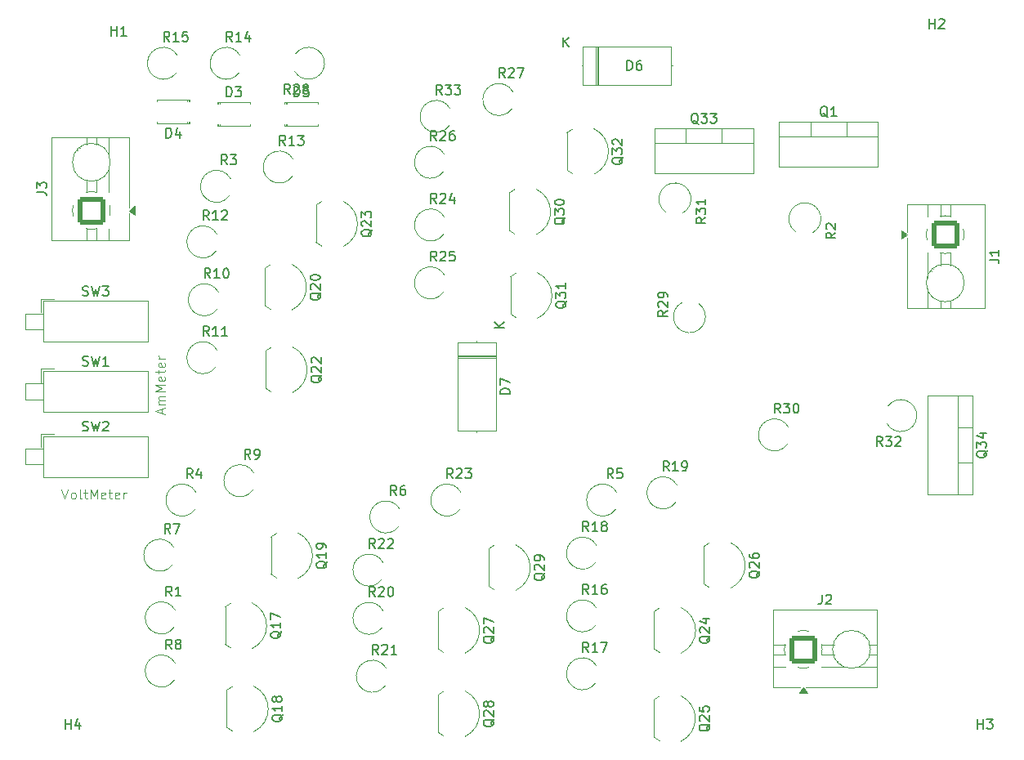
<source format=gto>
G04 #@! TF.GenerationSoftware,KiCad,Pcbnew,8.0.8*
G04 #@! TF.CreationDate,2025-06-27T16:28:27-04:00*
G04 #@! TF.ProjectId,multimeter,6d756c74-696d-4657-9465-722e6b696361,rev?*
G04 #@! TF.SameCoordinates,Original*
G04 #@! TF.FileFunction,Legend,Top*
G04 #@! TF.FilePolarity,Positive*
%FSLAX46Y46*%
G04 Gerber Fmt 4.6, Leading zero omitted, Abs format (unit mm)*
G04 Created by KiCad (PCBNEW 8.0.8) date 2025-06-27 16:28:27*
%MOMM*%
%LPD*%
G01*
G04 APERTURE LIST*
G04 Aperture macros list*
%AMRoundRect*
0 Rectangle with rounded corners*
0 $1 Rounding radius*
0 $2 $3 $4 $5 $6 $7 $8 $9 X,Y pos of 4 corners*
0 Add a 4 corners polygon primitive as box body*
4,1,4,$2,$3,$4,$5,$6,$7,$8,$9,$2,$3,0*
0 Add four circle primitives for the rounded corners*
1,1,$1+$1,$2,$3*
1,1,$1+$1,$4,$5*
1,1,$1+$1,$6,$7*
1,1,$1+$1,$8,$9*
0 Add four rect primitives between the rounded corners*
20,1,$1+$1,$2,$3,$4,$5,0*
20,1,$1+$1,$4,$5,$6,$7,0*
20,1,$1+$1,$6,$7,$8,$9,0*
20,1,$1+$1,$8,$9,$2,$3,0*%
G04 Aperture macros list end*
%ADD10C,0.100000*%
%ADD11C,0.150000*%
%ADD12C,0.120000*%
%ADD13R,1.500000X1.500000*%
%ADD14C,1.500000*%
%ADD15C,1.600000*%
%ADD16O,1.600000X1.600000*%
%ADD17R,1.905000X2.000000*%
%ADD18O,1.905000X2.000000*%
%ADD19RoundRect,0.250001X-1.149999X1.149999X-1.149999X-1.149999X1.149999X-1.149999X1.149999X1.149999X0*%
%ADD20C,2.800000*%
%ADD21R,2.000000X1.905000*%
%ADD22O,2.000000X1.905000*%
%ADD23RoundRect,0.250001X-1.149999X-1.149999X1.149999X-1.149999X1.149999X1.149999X-1.149999X1.149999X0*%
%ADD24R,2.800000X2.800000*%
%ADD25O,2.800000X2.800000*%
%ADD26C,3.200000*%
%ADD27R,1.600000X1.600000*%
%ADD28R,1.800000X1.800000*%
%ADD29C,1.800000*%
%ADD30RoundRect,0.250001X1.149999X-1.149999X1.149999X1.149999X-1.149999X1.149999X-1.149999X-1.149999X0*%
G04 APERTURE END LIST*
D10*
X-2152809Y21534868D02*
X-1819476Y20534868D01*
X-1819476Y20534868D02*
X-1486143Y21534868D01*
X-1009952Y20534868D02*
X-1105190Y20582488D01*
X-1105190Y20582488D02*
X-1152809Y20630107D01*
X-1152809Y20630107D02*
X-1200428Y20725345D01*
X-1200428Y20725345D02*
X-1200428Y21011059D01*
X-1200428Y21011059D02*
X-1152809Y21106297D01*
X-1152809Y21106297D02*
X-1105190Y21153916D01*
X-1105190Y21153916D02*
X-1009952Y21201535D01*
X-1009952Y21201535D02*
X-867095Y21201535D01*
X-867095Y21201535D02*
X-771857Y21153916D01*
X-771857Y21153916D02*
X-724238Y21106297D01*
X-724238Y21106297D02*
X-676619Y21011059D01*
X-676619Y21011059D02*
X-676619Y20725345D01*
X-676619Y20725345D02*
X-724238Y20630107D01*
X-724238Y20630107D02*
X-771857Y20582488D01*
X-771857Y20582488D02*
X-867095Y20534868D01*
X-867095Y20534868D02*
X-1009952Y20534868D01*
X-105190Y20534868D02*
X-200428Y20582488D01*
X-200428Y20582488D02*
X-248047Y20677726D01*
X-248047Y20677726D02*
X-248047Y21534868D01*
X132905Y21201535D02*
X513857Y21201535D01*
X275762Y21534868D02*
X275762Y20677726D01*
X275762Y20677726D02*
X323381Y20582488D01*
X323381Y20582488D02*
X418619Y20534868D01*
X418619Y20534868D02*
X513857Y20534868D01*
X847191Y20534868D02*
X847191Y21534868D01*
X847191Y21534868D02*
X1180524Y20820583D01*
X1180524Y20820583D02*
X1513857Y21534868D01*
X1513857Y21534868D02*
X1513857Y20534868D01*
X2371000Y20582488D02*
X2275762Y20534868D01*
X2275762Y20534868D02*
X2085286Y20534868D01*
X2085286Y20534868D02*
X1990048Y20582488D01*
X1990048Y20582488D02*
X1942429Y20677726D01*
X1942429Y20677726D02*
X1942429Y21058678D01*
X1942429Y21058678D02*
X1990048Y21153916D01*
X1990048Y21153916D02*
X2085286Y21201535D01*
X2085286Y21201535D02*
X2275762Y21201535D01*
X2275762Y21201535D02*
X2371000Y21153916D01*
X2371000Y21153916D02*
X2418619Y21058678D01*
X2418619Y21058678D02*
X2418619Y20963440D01*
X2418619Y20963440D02*
X1942429Y20868202D01*
X2704334Y21201535D02*
X3085286Y21201535D01*
X2847191Y21534868D02*
X2847191Y20677726D01*
X2847191Y20677726D02*
X2894810Y20582488D01*
X2894810Y20582488D02*
X2990048Y20534868D01*
X2990048Y20534868D02*
X3085286Y20534868D01*
X3799572Y20582488D02*
X3704334Y20534868D01*
X3704334Y20534868D02*
X3513858Y20534868D01*
X3513858Y20534868D02*
X3418620Y20582488D01*
X3418620Y20582488D02*
X3371001Y20677726D01*
X3371001Y20677726D02*
X3371001Y21058678D01*
X3371001Y21058678D02*
X3418620Y21153916D01*
X3418620Y21153916D02*
X3513858Y21201535D01*
X3513858Y21201535D02*
X3704334Y21201535D01*
X3704334Y21201535D02*
X3799572Y21153916D01*
X3799572Y21153916D02*
X3847191Y21058678D01*
X3847191Y21058678D02*
X3847191Y20963440D01*
X3847191Y20963440D02*
X3371001Y20868202D01*
X4275763Y20534868D02*
X4275763Y21201535D01*
X4275763Y21011059D02*
X4323382Y21106297D01*
X4323382Y21106297D02*
X4371001Y21153916D01*
X4371001Y21153916D02*
X4466239Y21201535D01*
X4466239Y21201535D02*
X4561477Y21201535D01*
X8272867Y29413553D02*
X8272867Y29889743D01*
X8558582Y29318315D02*
X7558582Y29651648D01*
X7558582Y29651648D02*
X8558582Y29984981D01*
X8558582Y30318315D02*
X7891915Y30318315D01*
X7987153Y30318315D02*
X7939534Y30365934D01*
X7939534Y30365934D02*
X7891915Y30461172D01*
X7891915Y30461172D02*
X7891915Y30604029D01*
X7891915Y30604029D02*
X7939534Y30699267D01*
X7939534Y30699267D02*
X8034772Y30746886D01*
X8034772Y30746886D02*
X8558582Y30746886D01*
X8034772Y30746886D02*
X7939534Y30794505D01*
X7939534Y30794505D02*
X7891915Y30889743D01*
X7891915Y30889743D02*
X7891915Y31032600D01*
X7891915Y31032600D02*
X7939534Y31127839D01*
X7939534Y31127839D02*
X8034772Y31175458D01*
X8034772Y31175458D02*
X8558582Y31175458D01*
X8558582Y31651648D02*
X7558582Y31651648D01*
X7558582Y31651648D02*
X8272867Y31984981D01*
X8272867Y31984981D02*
X7558582Y32318314D01*
X7558582Y32318314D02*
X8558582Y32318314D01*
X8510963Y33175457D02*
X8558582Y33080219D01*
X8558582Y33080219D02*
X8558582Y32889743D01*
X8558582Y32889743D02*
X8510963Y32794505D01*
X8510963Y32794505D02*
X8415724Y32746886D01*
X8415724Y32746886D02*
X8034772Y32746886D01*
X8034772Y32746886D02*
X7939534Y32794505D01*
X7939534Y32794505D02*
X7891915Y32889743D01*
X7891915Y32889743D02*
X7891915Y33080219D01*
X7891915Y33080219D02*
X7939534Y33175457D01*
X7939534Y33175457D02*
X8034772Y33223076D01*
X8034772Y33223076D02*
X8130010Y33223076D01*
X8130010Y33223076D02*
X8225248Y32746886D01*
X7891915Y33508791D02*
X7891915Y33889743D01*
X7558582Y33651648D02*
X8415724Y33651648D01*
X8415724Y33651648D02*
X8510963Y33699267D01*
X8510963Y33699267D02*
X8558582Y33794505D01*
X8558582Y33794505D02*
X8558582Y33889743D01*
X8510963Y34604029D02*
X8558582Y34508791D01*
X8558582Y34508791D02*
X8558582Y34318315D01*
X8558582Y34318315D02*
X8510963Y34223077D01*
X8510963Y34223077D02*
X8415724Y34175458D01*
X8415724Y34175458D02*
X8034772Y34175458D01*
X8034772Y34175458D02*
X7939534Y34223077D01*
X7939534Y34223077D02*
X7891915Y34318315D01*
X7891915Y34318315D02*
X7891915Y34508791D01*
X7891915Y34508791D02*
X7939534Y34604029D01*
X7939534Y34604029D02*
X8034772Y34651648D01*
X8034772Y34651648D02*
X8130010Y34651648D01*
X8130010Y34651648D02*
X8225248Y34175458D01*
X8558582Y35080220D02*
X7891915Y35080220D01*
X8082391Y35080220D02*
X7987153Y35127839D01*
X7987153Y35127839D02*
X7939534Y35175458D01*
X7939534Y35175458D02*
X7891915Y35270696D01*
X7891915Y35270696D02*
X7891915Y35365934D01*
D11*
X56021220Y55945859D02*
X55973601Y55850621D01*
X55973601Y55850621D02*
X55878363Y55755383D01*
X55878363Y55755383D02*
X55735505Y55612526D01*
X55735505Y55612526D02*
X55687886Y55517288D01*
X55687886Y55517288D02*
X55687886Y55422050D01*
X55925982Y55469669D02*
X55878363Y55374431D01*
X55878363Y55374431D02*
X55783124Y55279193D01*
X55783124Y55279193D02*
X55592648Y55231574D01*
X55592648Y55231574D02*
X55259315Y55231574D01*
X55259315Y55231574D02*
X55068839Y55279193D01*
X55068839Y55279193D02*
X54973601Y55374431D01*
X54973601Y55374431D02*
X54925982Y55469669D01*
X54925982Y55469669D02*
X54925982Y55660145D01*
X54925982Y55660145D02*
X54973601Y55755383D01*
X54973601Y55755383D02*
X55068839Y55850621D01*
X55068839Y55850621D02*
X55259315Y55898240D01*
X55259315Y55898240D02*
X55592648Y55898240D01*
X55592648Y55898240D02*
X55783124Y55850621D01*
X55783124Y55850621D02*
X55878363Y55755383D01*
X55878363Y55755383D02*
X55925982Y55660145D01*
X55925982Y55660145D02*
X55925982Y55469669D01*
X54925982Y56231574D02*
X54925982Y56850621D01*
X54925982Y56850621D02*
X55306934Y56517288D01*
X55306934Y56517288D02*
X55306934Y56660145D01*
X55306934Y56660145D02*
X55354553Y56755383D01*
X55354553Y56755383D02*
X55402172Y56803002D01*
X55402172Y56803002D02*
X55497410Y56850621D01*
X55497410Y56850621D02*
X55735505Y56850621D01*
X55735505Y56850621D02*
X55830743Y56803002D01*
X55830743Y56803002D02*
X55878363Y56755383D01*
X55878363Y56755383D02*
X55925982Y56660145D01*
X55925982Y56660145D02*
X55925982Y56374431D01*
X55925982Y56374431D02*
X55878363Y56279193D01*
X55878363Y56279193D02*
X55830743Y56231574D01*
X55021220Y57231574D02*
X54973601Y57279193D01*
X54973601Y57279193D02*
X54925982Y57374431D01*
X54925982Y57374431D02*
X54925982Y57612526D01*
X54925982Y57612526D02*
X54973601Y57707764D01*
X54973601Y57707764D02*
X55021220Y57755383D01*
X55021220Y57755383D02*
X55116458Y57803002D01*
X55116458Y57803002D02*
X55211696Y57803002D01*
X55211696Y57803002D02*
X55354553Y57755383D01*
X55354553Y57755383D02*
X55925982Y57183955D01*
X55925982Y57183955D02*
X55925982Y57803002D01*
X50166220Y41030859D02*
X50118601Y40935621D01*
X50118601Y40935621D02*
X50023363Y40840383D01*
X50023363Y40840383D02*
X49880505Y40697526D01*
X49880505Y40697526D02*
X49832886Y40602288D01*
X49832886Y40602288D02*
X49832886Y40507050D01*
X50070982Y40554669D02*
X50023363Y40459431D01*
X50023363Y40459431D02*
X49928124Y40364193D01*
X49928124Y40364193D02*
X49737648Y40316574D01*
X49737648Y40316574D02*
X49404315Y40316574D01*
X49404315Y40316574D02*
X49213839Y40364193D01*
X49213839Y40364193D02*
X49118601Y40459431D01*
X49118601Y40459431D02*
X49070982Y40554669D01*
X49070982Y40554669D02*
X49070982Y40745145D01*
X49070982Y40745145D02*
X49118601Y40840383D01*
X49118601Y40840383D02*
X49213839Y40935621D01*
X49213839Y40935621D02*
X49404315Y40983240D01*
X49404315Y40983240D02*
X49737648Y40983240D01*
X49737648Y40983240D02*
X49928124Y40935621D01*
X49928124Y40935621D02*
X50023363Y40840383D01*
X50023363Y40840383D02*
X50070982Y40745145D01*
X50070982Y40745145D02*
X50070982Y40554669D01*
X49070982Y41316574D02*
X49070982Y41935621D01*
X49070982Y41935621D02*
X49451934Y41602288D01*
X49451934Y41602288D02*
X49451934Y41745145D01*
X49451934Y41745145D02*
X49499553Y41840383D01*
X49499553Y41840383D02*
X49547172Y41888002D01*
X49547172Y41888002D02*
X49642410Y41935621D01*
X49642410Y41935621D02*
X49880505Y41935621D01*
X49880505Y41935621D02*
X49975743Y41888002D01*
X49975743Y41888002D02*
X50023363Y41840383D01*
X50023363Y41840383D02*
X50070982Y41745145D01*
X50070982Y41745145D02*
X50070982Y41459431D01*
X50070982Y41459431D02*
X50023363Y41364193D01*
X50023363Y41364193D02*
X49975743Y41316574D01*
X50070982Y42888002D02*
X50070982Y42316574D01*
X50070982Y42602288D02*
X49070982Y42602288D01*
X49070982Y42602288D02*
X49213839Y42507050D01*
X49213839Y42507050D02*
X49309077Y42411812D01*
X49309077Y42411812D02*
X49356696Y42316574D01*
X50026220Y49695859D02*
X49978601Y49600621D01*
X49978601Y49600621D02*
X49883363Y49505383D01*
X49883363Y49505383D02*
X49740505Y49362526D01*
X49740505Y49362526D02*
X49692886Y49267288D01*
X49692886Y49267288D02*
X49692886Y49172050D01*
X49930982Y49219669D02*
X49883363Y49124431D01*
X49883363Y49124431D02*
X49788124Y49029193D01*
X49788124Y49029193D02*
X49597648Y48981574D01*
X49597648Y48981574D02*
X49264315Y48981574D01*
X49264315Y48981574D02*
X49073839Y49029193D01*
X49073839Y49029193D02*
X48978601Y49124431D01*
X48978601Y49124431D02*
X48930982Y49219669D01*
X48930982Y49219669D02*
X48930982Y49410145D01*
X48930982Y49410145D02*
X48978601Y49505383D01*
X48978601Y49505383D02*
X49073839Y49600621D01*
X49073839Y49600621D02*
X49264315Y49648240D01*
X49264315Y49648240D02*
X49597648Y49648240D01*
X49597648Y49648240D02*
X49788124Y49600621D01*
X49788124Y49600621D02*
X49883363Y49505383D01*
X49883363Y49505383D02*
X49930982Y49410145D01*
X49930982Y49410145D02*
X49930982Y49219669D01*
X48930982Y49981574D02*
X48930982Y50600621D01*
X48930982Y50600621D02*
X49311934Y50267288D01*
X49311934Y50267288D02*
X49311934Y50410145D01*
X49311934Y50410145D02*
X49359553Y50505383D01*
X49359553Y50505383D02*
X49407172Y50553002D01*
X49407172Y50553002D02*
X49502410Y50600621D01*
X49502410Y50600621D02*
X49740505Y50600621D01*
X49740505Y50600621D02*
X49835743Y50553002D01*
X49835743Y50553002D02*
X49883363Y50505383D01*
X49883363Y50505383D02*
X49930982Y50410145D01*
X49930982Y50410145D02*
X49930982Y50124431D01*
X49930982Y50124431D02*
X49883363Y50029193D01*
X49883363Y50029193D02*
X49835743Y49981574D01*
X48930982Y51219669D02*
X48930982Y51314907D01*
X48930982Y51314907D02*
X48978601Y51410145D01*
X48978601Y51410145D02*
X49026220Y51457764D01*
X49026220Y51457764D02*
X49121458Y51505383D01*
X49121458Y51505383D02*
X49311934Y51553002D01*
X49311934Y51553002D02*
X49550029Y51553002D01*
X49550029Y51553002D02*
X49740505Y51505383D01*
X49740505Y51505383D02*
X49835743Y51457764D01*
X49835743Y51457764D02*
X49883363Y51410145D01*
X49883363Y51410145D02*
X49930982Y51314907D01*
X49930982Y51314907D02*
X49930982Y51219669D01*
X49930982Y51219669D02*
X49883363Y51124431D01*
X49883363Y51124431D02*
X49835743Y51076812D01*
X49835743Y51076812D02*
X49740505Y51029193D01*
X49740505Y51029193D02*
X49550029Y50981574D01*
X49550029Y50981574D02*
X49311934Y50981574D01*
X49311934Y50981574D02*
X49121458Y51029193D01*
X49121458Y51029193D02*
X49026220Y51076812D01*
X49026220Y51076812D02*
X48978601Y51124431D01*
X48978601Y51124431D02*
X48930982Y51219669D01*
X47916220Y12835859D02*
X47868601Y12740621D01*
X47868601Y12740621D02*
X47773363Y12645383D01*
X47773363Y12645383D02*
X47630505Y12502526D01*
X47630505Y12502526D02*
X47582886Y12407288D01*
X47582886Y12407288D02*
X47582886Y12312050D01*
X47820982Y12359669D02*
X47773363Y12264431D01*
X47773363Y12264431D02*
X47678124Y12169193D01*
X47678124Y12169193D02*
X47487648Y12121574D01*
X47487648Y12121574D02*
X47154315Y12121574D01*
X47154315Y12121574D02*
X46963839Y12169193D01*
X46963839Y12169193D02*
X46868601Y12264431D01*
X46868601Y12264431D02*
X46820982Y12359669D01*
X46820982Y12359669D02*
X46820982Y12550145D01*
X46820982Y12550145D02*
X46868601Y12645383D01*
X46868601Y12645383D02*
X46963839Y12740621D01*
X46963839Y12740621D02*
X47154315Y12788240D01*
X47154315Y12788240D02*
X47487648Y12788240D01*
X47487648Y12788240D02*
X47678124Y12740621D01*
X47678124Y12740621D02*
X47773363Y12645383D01*
X47773363Y12645383D02*
X47820982Y12550145D01*
X47820982Y12550145D02*
X47820982Y12359669D01*
X46916220Y13169193D02*
X46868601Y13216812D01*
X46868601Y13216812D02*
X46820982Y13312050D01*
X46820982Y13312050D02*
X46820982Y13550145D01*
X46820982Y13550145D02*
X46868601Y13645383D01*
X46868601Y13645383D02*
X46916220Y13693002D01*
X46916220Y13693002D02*
X47011458Y13740621D01*
X47011458Y13740621D02*
X47106696Y13740621D01*
X47106696Y13740621D02*
X47249553Y13693002D01*
X47249553Y13693002D02*
X47820982Y13121574D01*
X47820982Y13121574D02*
X47820982Y13740621D01*
X47820982Y14216812D02*
X47820982Y14407288D01*
X47820982Y14407288D02*
X47773363Y14502526D01*
X47773363Y14502526D02*
X47725743Y14550145D01*
X47725743Y14550145D02*
X47582886Y14645383D01*
X47582886Y14645383D02*
X47392410Y14693002D01*
X47392410Y14693002D02*
X47011458Y14693002D01*
X47011458Y14693002D02*
X46916220Y14645383D01*
X46916220Y14645383D02*
X46868601Y14597764D01*
X46868601Y14597764D02*
X46820982Y14502526D01*
X46820982Y14502526D02*
X46820982Y14312050D01*
X46820982Y14312050D02*
X46868601Y14216812D01*
X46868601Y14216812D02*
X46916220Y14169193D01*
X46916220Y14169193D02*
X47011458Y14121574D01*
X47011458Y14121574D02*
X47249553Y14121574D01*
X47249553Y14121574D02*
X47344791Y14169193D01*
X47344791Y14169193D02*
X47392410Y14216812D01*
X47392410Y14216812D02*
X47440029Y14312050D01*
X47440029Y14312050D02*
X47440029Y14502526D01*
X47440029Y14502526D02*
X47392410Y14597764D01*
X47392410Y14597764D02*
X47344791Y14645383D01*
X47344791Y14645383D02*
X47249553Y14693002D01*
X42666220Y-2304140D02*
X42618601Y-2399378D01*
X42618601Y-2399378D02*
X42523363Y-2494616D01*
X42523363Y-2494616D02*
X42380505Y-2637473D01*
X42380505Y-2637473D02*
X42332886Y-2732711D01*
X42332886Y-2732711D02*
X42332886Y-2827949D01*
X42570982Y-2780330D02*
X42523363Y-2875568D01*
X42523363Y-2875568D02*
X42428124Y-2970806D01*
X42428124Y-2970806D02*
X42237648Y-3018425D01*
X42237648Y-3018425D02*
X41904315Y-3018425D01*
X41904315Y-3018425D02*
X41713839Y-2970806D01*
X41713839Y-2970806D02*
X41618601Y-2875568D01*
X41618601Y-2875568D02*
X41570982Y-2780330D01*
X41570982Y-2780330D02*
X41570982Y-2589854D01*
X41570982Y-2589854D02*
X41618601Y-2494616D01*
X41618601Y-2494616D02*
X41713839Y-2399378D01*
X41713839Y-2399378D02*
X41904315Y-2351759D01*
X41904315Y-2351759D02*
X42237648Y-2351759D01*
X42237648Y-2351759D02*
X42428124Y-2399378D01*
X42428124Y-2399378D02*
X42523363Y-2494616D01*
X42523363Y-2494616D02*
X42570982Y-2589854D01*
X42570982Y-2589854D02*
X42570982Y-2780330D01*
X41666220Y-1970806D02*
X41618601Y-1923187D01*
X41618601Y-1923187D02*
X41570982Y-1827949D01*
X41570982Y-1827949D02*
X41570982Y-1589854D01*
X41570982Y-1589854D02*
X41618601Y-1494616D01*
X41618601Y-1494616D02*
X41666220Y-1446997D01*
X41666220Y-1446997D02*
X41761458Y-1399378D01*
X41761458Y-1399378D02*
X41856696Y-1399378D01*
X41856696Y-1399378D02*
X41999553Y-1446997D01*
X41999553Y-1446997D02*
X42570982Y-2018425D01*
X42570982Y-2018425D02*
X42570982Y-1399378D01*
X41999553Y-827949D02*
X41951934Y-923187D01*
X41951934Y-923187D02*
X41904315Y-970806D01*
X41904315Y-970806D02*
X41809077Y-1018425D01*
X41809077Y-1018425D02*
X41761458Y-1018425D01*
X41761458Y-1018425D02*
X41666220Y-970806D01*
X41666220Y-970806D02*
X41618601Y-923187D01*
X41618601Y-923187D02*
X41570982Y-827949D01*
X41570982Y-827949D02*
X41570982Y-637473D01*
X41570982Y-637473D02*
X41618601Y-542235D01*
X41618601Y-542235D02*
X41666220Y-494616D01*
X41666220Y-494616D02*
X41761458Y-446997D01*
X41761458Y-446997D02*
X41809077Y-446997D01*
X41809077Y-446997D02*
X41904315Y-494616D01*
X41904315Y-494616D02*
X41951934Y-542235D01*
X41951934Y-542235D02*
X41999553Y-637473D01*
X41999553Y-637473D02*
X41999553Y-827949D01*
X41999553Y-827949D02*
X42047172Y-923187D01*
X42047172Y-923187D02*
X42094791Y-970806D01*
X42094791Y-970806D02*
X42190029Y-1018425D01*
X42190029Y-1018425D02*
X42380505Y-1018425D01*
X42380505Y-1018425D02*
X42475743Y-970806D01*
X42475743Y-970806D02*
X42523363Y-923187D01*
X42523363Y-923187D02*
X42570982Y-827949D01*
X42570982Y-827949D02*
X42570982Y-637473D01*
X42570982Y-637473D02*
X42523363Y-542235D01*
X42523363Y-542235D02*
X42475743Y-494616D01*
X42475743Y-494616D02*
X42380505Y-446997D01*
X42380505Y-446997D02*
X42190029Y-446997D01*
X42190029Y-446997D02*
X42094791Y-494616D01*
X42094791Y-494616D02*
X42047172Y-542235D01*
X42047172Y-542235D02*
X41999553Y-637473D01*
X42666220Y6335859D02*
X42618601Y6240621D01*
X42618601Y6240621D02*
X42523363Y6145383D01*
X42523363Y6145383D02*
X42380505Y6002526D01*
X42380505Y6002526D02*
X42332886Y5907288D01*
X42332886Y5907288D02*
X42332886Y5812050D01*
X42570982Y5859669D02*
X42523363Y5764431D01*
X42523363Y5764431D02*
X42428124Y5669193D01*
X42428124Y5669193D02*
X42237648Y5621574D01*
X42237648Y5621574D02*
X41904315Y5621574D01*
X41904315Y5621574D02*
X41713839Y5669193D01*
X41713839Y5669193D02*
X41618601Y5764431D01*
X41618601Y5764431D02*
X41570982Y5859669D01*
X41570982Y5859669D02*
X41570982Y6050145D01*
X41570982Y6050145D02*
X41618601Y6145383D01*
X41618601Y6145383D02*
X41713839Y6240621D01*
X41713839Y6240621D02*
X41904315Y6288240D01*
X41904315Y6288240D02*
X42237648Y6288240D01*
X42237648Y6288240D02*
X42428124Y6240621D01*
X42428124Y6240621D02*
X42523363Y6145383D01*
X42523363Y6145383D02*
X42570982Y6050145D01*
X42570982Y6050145D02*
X42570982Y5859669D01*
X41666220Y6669193D02*
X41618601Y6716812D01*
X41618601Y6716812D02*
X41570982Y6812050D01*
X41570982Y6812050D02*
X41570982Y7050145D01*
X41570982Y7050145D02*
X41618601Y7145383D01*
X41618601Y7145383D02*
X41666220Y7193002D01*
X41666220Y7193002D02*
X41761458Y7240621D01*
X41761458Y7240621D02*
X41856696Y7240621D01*
X41856696Y7240621D02*
X41999553Y7193002D01*
X41999553Y7193002D02*
X42570982Y6621574D01*
X42570982Y6621574D02*
X42570982Y7240621D01*
X41570982Y7573955D02*
X41570982Y8240621D01*
X41570982Y8240621D02*
X42570982Y7812050D01*
X70186220Y13065859D02*
X70138601Y12970621D01*
X70138601Y12970621D02*
X70043363Y12875383D01*
X70043363Y12875383D02*
X69900505Y12732526D01*
X69900505Y12732526D02*
X69852886Y12637288D01*
X69852886Y12637288D02*
X69852886Y12542050D01*
X70090982Y12589669D02*
X70043363Y12494431D01*
X70043363Y12494431D02*
X69948124Y12399193D01*
X69948124Y12399193D02*
X69757648Y12351574D01*
X69757648Y12351574D02*
X69424315Y12351574D01*
X69424315Y12351574D02*
X69233839Y12399193D01*
X69233839Y12399193D02*
X69138601Y12494431D01*
X69138601Y12494431D02*
X69090982Y12589669D01*
X69090982Y12589669D02*
X69090982Y12780145D01*
X69090982Y12780145D02*
X69138601Y12875383D01*
X69138601Y12875383D02*
X69233839Y12970621D01*
X69233839Y12970621D02*
X69424315Y13018240D01*
X69424315Y13018240D02*
X69757648Y13018240D01*
X69757648Y13018240D02*
X69948124Y12970621D01*
X69948124Y12970621D02*
X70043363Y12875383D01*
X70043363Y12875383D02*
X70090982Y12780145D01*
X70090982Y12780145D02*
X70090982Y12589669D01*
X69186220Y13399193D02*
X69138601Y13446812D01*
X69138601Y13446812D02*
X69090982Y13542050D01*
X69090982Y13542050D02*
X69090982Y13780145D01*
X69090982Y13780145D02*
X69138601Y13875383D01*
X69138601Y13875383D02*
X69186220Y13923002D01*
X69186220Y13923002D02*
X69281458Y13970621D01*
X69281458Y13970621D02*
X69376696Y13970621D01*
X69376696Y13970621D02*
X69519553Y13923002D01*
X69519553Y13923002D02*
X70090982Y13351574D01*
X70090982Y13351574D02*
X70090982Y13970621D01*
X69090982Y14827764D02*
X69090982Y14637288D01*
X69090982Y14637288D02*
X69138601Y14542050D01*
X69138601Y14542050D02*
X69186220Y14494431D01*
X69186220Y14494431D02*
X69329077Y14399193D01*
X69329077Y14399193D02*
X69519553Y14351574D01*
X69519553Y14351574D02*
X69900505Y14351574D01*
X69900505Y14351574D02*
X69995743Y14399193D01*
X69995743Y14399193D02*
X70043363Y14446812D01*
X70043363Y14446812D02*
X70090982Y14542050D01*
X70090982Y14542050D02*
X70090982Y14732526D01*
X70090982Y14732526D02*
X70043363Y14827764D01*
X70043363Y14827764D02*
X69995743Y14875383D01*
X69995743Y14875383D02*
X69900505Y14923002D01*
X69900505Y14923002D02*
X69662410Y14923002D01*
X69662410Y14923002D02*
X69567172Y14875383D01*
X69567172Y14875383D02*
X69519553Y14827764D01*
X69519553Y14827764D02*
X69471934Y14732526D01*
X69471934Y14732526D02*
X69471934Y14542050D01*
X69471934Y14542050D02*
X69519553Y14446812D01*
X69519553Y14446812D02*
X69567172Y14399193D01*
X69567172Y14399193D02*
X69662410Y14351574D01*
X65021220Y-2804140D02*
X64973601Y-2899378D01*
X64973601Y-2899378D02*
X64878363Y-2994616D01*
X64878363Y-2994616D02*
X64735505Y-3137473D01*
X64735505Y-3137473D02*
X64687886Y-3232711D01*
X64687886Y-3232711D02*
X64687886Y-3327949D01*
X64925982Y-3280330D02*
X64878363Y-3375568D01*
X64878363Y-3375568D02*
X64783124Y-3470806D01*
X64783124Y-3470806D02*
X64592648Y-3518425D01*
X64592648Y-3518425D02*
X64259315Y-3518425D01*
X64259315Y-3518425D02*
X64068839Y-3470806D01*
X64068839Y-3470806D02*
X63973601Y-3375568D01*
X63973601Y-3375568D02*
X63925982Y-3280330D01*
X63925982Y-3280330D02*
X63925982Y-3089854D01*
X63925982Y-3089854D02*
X63973601Y-2994616D01*
X63973601Y-2994616D02*
X64068839Y-2899378D01*
X64068839Y-2899378D02*
X64259315Y-2851759D01*
X64259315Y-2851759D02*
X64592648Y-2851759D01*
X64592648Y-2851759D02*
X64783124Y-2899378D01*
X64783124Y-2899378D02*
X64878363Y-2994616D01*
X64878363Y-2994616D02*
X64925982Y-3089854D01*
X64925982Y-3089854D02*
X64925982Y-3280330D01*
X64021220Y-2470806D02*
X63973601Y-2423187D01*
X63973601Y-2423187D02*
X63925982Y-2327949D01*
X63925982Y-2327949D02*
X63925982Y-2089854D01*
X63925982Y-2089854D02*
X63973601Y-1994616D01*
X63973601Y-1994616D02*
X64021220Y-1946997D01*
X64021220Y-1946997D02*
X64116458Y-1899378D01*
X64116458Y-1899378D02*
X64211696Y-1899378D01*
X64211696Y-1899378D02*
X64354553Y-1946997D01*
X64354553Y-1946997D02*
X64925982Y-2518425D01*
X64925982Y-2518425D02*
X64925982Y-1899378D01*
X63925982Y-994616D02*
X63925982Y-1470806D01*
X63925982Y-1470806D02*
X64402172Y-1518425D01*
X64402172Y-1518425D02*
X64354553Y-1470806D01*
X64354553Y-1470806D02*
X64306934Y-1375568D01*
X64306934Y-1375568D02*
X64306934Y-1137473D01*
X64306934Y-1137473D02*
X64354553Y-1042235D01*
X64354553Y-1042235D02*
X64402172Y-994616D01*
X64402172Y-994616D02*
X64497410Y-946997D01*
X64497410Y-946997D02*
X64735505Y-946997D01*
X64735505Y-946997D02*
X64830743Y-994616D01*
X64830743Y-994616D02*
X64878363Y-1042235D01*
X64878363Y-1042235D02*
X64925982Y-1137473D01*
X64925982Y-1137473D02*
X64925982Y-1375568D01*
X64925982Y-1375568D02*
X64878363Y-1470806D01*
X64878363Y-1470806D02*
X64830743Y-1518425D01*
X65046220Y6335859D02*
X64998601Y6240621D01*
X64998601Y6240621D02*
X64903363Y6145383D01*
X64903363Y6145383D02*
X64760505Y6002526D01*
X64760505Y6002526D02*
X64712886Y5907288D01*
X64712886Y5907288D02*
X64712886Y5812050D01*
X64950982Y5859669D02*
X64903363Y5764431D01*
X64903363Y5764431D02*
X64808124Y5669193D01*
X64808124Y5669193D02*
X64617648Y5621574D01*
X64617648Y5621574D02*
X64284315Y5621574D01*
X64284315Y5621574D02*
X64093839Y5669193D01*
X64093839Y5669193D02*
X63998601Y5764431D01*
X63998601Y5764431D02*
X63950982Y5859669D01*
X63950982Y5859669D02*
X63950982Y6050145D01*
X63950982Y6050145D02*
X63998601Y6145383D01*
X63998601Y6145383D02*
X64093839Y6240621D01*
X64093839Y6240621D02*
X64284315Y6288240D01*
X64284315Y6288240D02*
X64617648Y6288240D01*
X64617648Y6288240D02*
X64808124Y6240621D01*
X64808124Y6240621D02*
X64903363Y6145383D01*
X64903363Y6145383D02*
X64950982Y6050145D01*
X64950982Y6050145D02*
X64950982Y5859669D01*
X64046220Y6669193D02*
X63998601Y6716812D01*
X63998601Y6716812D02*
X63950982Y6812050D01*
X63950982Y6812050D02*
X63950982Y7050145D01*
X63950982Y7050145D02*
X63998601Y7145383D01*
X63998601Y7145383D02*
X64046220Y7193002D01*
X64046220Y7193002D02*
X64141458Y7240621D01*
X64141458Y7240621D02*
X64236696Y7240621D01*
X64236696Y7240621D02*
X64379553Y7193002D01*
X64379553Y7193002D02*
X64950982Y6621574D01*
X64950982Y6621574D02*
X64950982Y7240621D01*
X64284315Y8097764D02*
X64950982Y8097764D01*
X63903363Y7859669D02*
X64617648Y7621574D01*
X64617648Y7621574D02*
X64617648Y8240621D01*
X30021220Y48445859D02*
X29973601Y48350621D01*
X29973601Y48350621D02*
X29878363Y48255383D01*
X29878363Y48255383D02*
X29735505Y48112526D01*
X29735505Y48112526D02*
X29687886Y48017288D01*
X29687886Y48017288D02*
X29687886Y47922050D01*
X29925982Y47969669D02*
X29878363Y47874431D01*
X29878363Y47874431D02*
X29783124Y47779193D01*
X29783124Y47779193D02*
X29592648Y47731574D01*
X29592648Y47731574D02*
X29259315Y47731574D01*
X29259315Y47731574D02*
X29068839Y47779193D01*
X29068839Y47779193D02*
X28973601Y47874431D01*
X28973601Y47874431D02*
X28925982Y47969669D01*
X28925982Y47969669D02*
X28925982Y48160145D01*
X28925982Y48160145D02*
X28973601Y48255383D01*
X28973601Y48255383D02*
X29068839Y48350621D01*
X29068839Y48350621D02*
X29259315Y48398240D01*
X29259315Y48398240D02*
X29592648Y48398240D01*
X29592648Y48398240D02*
X29783124Y48350621D01*
X29783124Y48350621D02*
X29878363Y48255383D01*
X29878363Y48255383D02*
X29925982Y48160145D01*
X29925982Y48160145D02*
X29925982Y47969669D01*
X29021220Y48779193D02*
X28973601Y48826812D01*
X28973601Y48826812D02*
X28925982Y48922050D01*
X28925982Y48922050D02*
X28925982Y49160145D01*
X28925982Y49160145D02*
X28973601Y49255383D01*
X28973601Y49255383D02*
X29021220Y49303002D01*
X29021220Y49303002D02*
X29116458Y49350621D01*
X29116458Y49350621D02*
X29211696Y49350621D01*
X29211696Y49350621D02*
X29354553Y49303002D01*
X29354553Y49303002D02*
X29925982Y48731574D01*
X29925982Y48731574D02*
X29925982Y49350621D01*
X28925982Y49683955D02*
X28925982Y50303002D01*
X28925982Y50303002D02*
X29306934Y49969669D01*
X29306934Y49969669D02*
X29306934Y50112526D01*
X29306934Y50112526D02*
X29354553Y50207764D01*
X29354553Y50207764D02*
X29402172Y50255383D01*
X29402172Y50255383D02*
X29497410Y50303002D01*
X29497410Y50303002D02*
X29735505Y50303002D01*
X29735505Y50303002D02*
X29830743Y50255383D01*
X29830743Y50255383D02*
X29878363Y50207764D01*
X29878363Y50207764D02*
X29925982Y50112526D01*
X29925982Y50112526D02*
X29925982Y49826812D01*
X29925982Y49826812D02*
X29878363Y49731574D01*
X29878363Y49731574D02*
X29830743Y49683955D01*
X24796220Y33335859D02*
X24748601Y33240621D01*
X24748601Y33240621D02*
X24653363Y33145383D01*
X24653363Y33145383D02*
X24510505Y33002526D01*
X24510505Y33002526D02*
X24462886Y32907288D01*
X24462886Y32907288D02*
X24462886Y32812050D01*
X24700982Y32859669D02*
X24653363Y32764431D01*
X24653363Y32764431D02*
X24558124Y32669193D01*
X24558124Y32669193D02*
X24367648Y32621574D01*
X24367648Y32621574D02*
X24034315Y32621574D01*
X24034315Y32621574D02*
X23843839Y32669193D01*
X23843839Y32669193D02*
X23748601Y32764431D01*
X23748601Y32764431D02*
X23700982Y32859669D01*
X23700982Y32859669D02*
X23700982Y33050145D01*
X23700982Y33050145D02*
X23748601Y33145383D01*
X23748601Y33145383D02*
X23843839Y33240621D01*
X23843839Y33240621D02*
X24034315Y33288240D01*
X24034315Y33288240D02*
X24367648Y33288240D01*
X24367648Y33288240D02*
X24558124Y33240621D01*
X24558124Y33240621D02*
X24653363Y33145383D01*
X24653363Y33145383D02*
X24700982Y33050145D01*
X24700982Y33050145D02*
X24700982Y32859669D01*
X23796220Y33669193D02*
X23748601Y33716812D01*
X23748601Y33716812D02*
X23700982Y33812050D01*
X23700982Y33812050D02*
X23700982Y34050145D01*
X23700982Y34050145D02*
X23748601Y34145383D01*
X23748601Y34145383D02*
X23796220Y34193002D01*
X23796220Y34193002D02*
X23891458Y34240621D01*
X23891458Y34240621D02*
X23986696Y34240621D01*
X23986696Y34240621D02*
X24129553Y34193002D01*
X24129553Y34193002D02*
X24700982Y33621574D01*
X24700982Y33621574D02*
X24700982Y34240621D01*
X23796220Y34621574D02*
X23748601Y34669193D01*
X23748601Y34669193D02*
X23700982Y34764431D01*
X23700982Y34764431D02*
X23700982Y35002526D01*
X23700982Y35002526D02*
X23748601Y35097764D01*
X23748601Y35097764D02*
X23796220Y35145383D01*
X23796220Y35145383D02*
X23891458Y35193002D01*
X23891458Y35193002D02*
X23986696Y35193002D01*
X23986696Y35193002D02*
X24129553Y35145383D01*
X24129553Y35145383D02*
X24700982Y34573955D01*
X24700982Y34573955D02*
X24700982Y35193002D01*
X24721220Y41895859D02*
X24673601Y41800621D01*
X24673601Y41800621D02*
X24578363Y41705383D01*
X24578363Y41705383D02*
X24435505Y41562526D01*
X24435505Y41562526D02*
X24387886Y41467288D01*
X24387886Y41467288D02*
X24387886Y41372050D01*
X24625982Y41419669D02*
X24578363Y41324431D01*
X24578363Y41324431D02*
X24483124Y41229193D01*
X24483124Y41229193D02*
X24292648Y41181574D01*
X24292648Y41181574D02*
X23959315Y41181574D01*
X23959315Y41181574D02*
X23768839Y41229193D01*
X23768839Y41229193D02*
X23673601Y41324431D01*
X23673601Y41324431D02*
X23625982Y41419669D01*
X23625982Y41419669D02*
X23625982Y41610145D01*
X23625982Y41610145D02*
X23673601Y41705383D01*
X23673601Y41705383D02*
X23768839Y41800621D01*
X23768839Y41800621D02*
X23959315Y41848240D01*
X23959315Y41848240D02*
X24292648Y41848240D01*
X24292648Y41848240D02*
X24483124Y41800621D01*
X24483124Y41800621D02*
X24578363Y41705383D01*
X24578363Y41705383D02*
X24625982Y41610145D01*
X24625982Y41610145D02*
X24625982Y41419669D01*
X23721220Y42229193D02*
X23673601Y42276812D01*
X23673601Y42276812D02*
X23625982Y42372050D01*
X23625982Y42372050D02*
X23625982Y42610145D01*
X23625982Y42610145D02*
X23673601Y42705383D01*
X23673601Y42705383D02*
X23721220Y42753002D01*
X23721220Y42753002D02*
X23816458Y42800621D01*
X23816458Y42800621D02*
X23911696Y42800621D01*
X23911696Y42800621D02*
X24054553Y42753002D01*
X24054553Y42753002D02*
X24625982Y42181574D01*
X24625982Y42181574D02*
X24625982Y42800621D01*
X23625982Y43419669D02*
X23625982Y43514907D01*
X23625982Y43514907D02*
X23673601Y43610145D01*
X23673601Y43610145D02*
X23721220Y43657764D01*
X23721220Y43657764D02*
X23816458Y43705383D01*
X23816458Y43705383D02*
X24006934Y43753002D01*
X24006934Y43753002D02*
X24245029Y43753002D01*
X24245029Y43753002D02*
X24435505Y43705383D01*
X24435505Y43705383D02*
X24530743Y43657764D01*
X24530743Y43657764D02*
X24578363Y43610145D01*
X24578363Y43610145D02*
X24625982Y43514907D01*
X24625982Y43514907D02*
X24625982Y43419669D01*
X24625982Y43419669D02*
X24578363Y43324431D01*
X24578363Y43324431D02*
X24530743Y43276812D01*
X24530743Y43276812D02*
X24435505Y43229193D01*
X24435505Y43229193D02*
X24245029Y43181574D01*
X24245029Y43181574D02*
X24006934Y43181574D01*
X24006934Y43181574D02*
X23816458Y43229193D01*
X23816458Y43229193D02*
X23721220Y43276812D01*
X23721220Y43276812D02*
X23673601Y43324431D01*
X23673601Y43324431D02*
X23625982Y43419669D01*
X25356220Y14065859D02*
X25308601Y13970621D01*
X25308601Y13970621D02*
X25213363Y13875383D01*
X25213363Y13875383D02*
X25070505Y13732526D01*
X25070505Y13732526D02*
X25022886Y13637288D01*
X25022886Y13637288D02*
X25022886Y13542050D01*
X25260982Y13589669D02*
X25213363Y13494431D01*
X25213363Y13494431D02*
X25118124Y13399193D01*
X25118124Y13399193D02*
X24927648Y13351574D01*
X24927648Y13351574D02*
X24594315Y13351574D01*
X24594315Y13351574D02*
X24403839Y13399193D01*
X24403839Y13399193D02*
X24308601Y13494431D01*
X24308601Y13494431D02*
X24260982Y13589669D01*
X24260982Y13589669D02*
X24260982Y13780145D01*
X24260982Y13780145D02*
X24308601Y13875383D01*
X24308601Y13875383D02*
X24403839Y13970621D01*
X24403839Y13970621D02*
X24594315Y14018240D01*
X24594315Y14018240D02*
X24927648Y14018240D01*
X24927648Y14018240D02*
X25118124Y13970621D01*
X25118124Y13970621D02*
X25213363Y13875383D01*
X25213363Y13875383D02*
X25260982Y13780145D01*
X25260982Y13780145D02*
X25260982Y13589669D01*
X25260982Y14970621D02*
X25260982Y14399193D01*
X25260982Y14684907D02*
X24260982Y14684907D01*
X24260982Y14684907D02*
X24403839Y14589669D01*
X24403839Y14589669D02*
X24499077Y14494431D01*
X24499077Y14494431D02*
X24546696Y14399193D01*
X25260982Y15446812D02*
X25260982Y15637288D01*
X25260982Y15637288D02*
X25213363Y15732526D01*
X25213363Y15732526D02*
X25165743Y15780145D01*
X25165743Y15780145D02*
X25022886Y15875383D01*
X25022886Y15875383D02*
X24832410Y15923002D01*
X24832410Y15923002D02*
X24451458Y15923002D01*
X24451458Y15923002D02*
X24356220Y15875383D01*
X24356220Y15875383D02*
X24308601Y15827764D01*
X24308601Y15827764D02*
X24260982Y15732526D01*
X24260982Y15732526D02*
X24260982Y15542050D01*
X24260982Y15542050D02*
X24308601Y15446812D01*
X24308601Y15446812D02*
X24356220Y15399193D01*
X24356220Y15399193D02*
X24451458Y15351574D01*
X24451458Y15351574D02*
X24689553Y15351574D01*
X24689553Y15351574D02*
X24784791Y15399193D01*
X24784791Y15399193D02*
X24832410Y15446812D01*
X24832410Y15446812D02*
X24880029Y15542050D01*
X24880029Y15542050D02*
X24880029Y15732526D01*
X24880029Y15732526D02*
X24832410Y15827764D01*
X24832410Y15827764D02*
X24784791Y15875383D01*
X24784791Y15875383D02*
X24689553Y15923002D01*
X20771220Y-1804140D02*
X20723601Y-1899378D01*
X20723601Y-1899378D02*
X20628363Y-1994616D01*
X20628363Y-1994616D02*
X20485505Y-2137473D01*
X20485505Y-2137473D02*
X20437886Y-2232711D01*
X20437886Y-2232711D02*
X20437886Y-2327949D01*
X20675982Y-2280330D02*
X20628363Y-2375568D01*
X20628363Y-2375568D02*
X20533124Y-2470806D01*
X20533124Y-2470806D02*
X20342648Y-2518425D01*
X20342648Y-2518425D02*
X20009315Y-2518425D01*
X20009315Y-2518425D02*
X19818839Y-2470806D01*
X19818839Y-2470806D02*
X19723601Y-2375568D01*
X19723601Y-2375568D02*
X19675982Y-2280330D01*
X19675982Y-2280330D02*
X19675982Y-2089854D01*
X19675982Y-2089854D02*
X19723601Y-1994616D01*
X19723601Y-1994616D02*
X19818839Y-1899378D01*
X19818839Y-1899378D02*
X20009315Y-1851759D01*
X20009315Y-1851759D02*
X20342648Y-1851759D01*
X20342648Y-1851759D02*
X20533124Y-1899378D01*
X20533124Y-1899378D02*
X20628363Y-1994616D01*
X20628363Y-1994616D02*
X20675982Y-2089854D01*
X20675982Y-2089854D02*
X20675982Y-2280330D01*
X20675982Y-899378D02*
X20675982Y-1470806D01*
X20675982Y-1185092D02*
X19675982Y-1185092D01*
X19675982Y-1185092D02*
X19818839Y-1280330D01*
X19818839Y-1280330D02*
X19914077Y-1375568D01*
X19914077Y-1375568D02*
X19961696Y-1470806D01*
X20104553Y-327949D02*
X20056934Y-423187D01*
X20056934Y-423187D02*
X20009315Y-470806D01*
X20009315Y-470806D02*
X19914077Y-518425D01*
X19914077Y-518425D02*
X19866458Y-518425D01*
X19866458Y-518425D02*
X19771220Y-470806D01*
X19771220Y-470806D02*
X19723601Y-423187D01*
X19723601Y-423187D02*
X19675982Y-327949D01*
X19675982Y-327949D02*
X19675982Y-137473D01*
X19675982Y-137473D02*
X19723601Y-42235D01*
X19723601Y-42235D02*
X19771220Y5383D01*
X19771220Y5383D02*
X19866458Y53002D01*
X19866458Y53002D02*
X19914077Y53002D01*
X19914077Y53002D02*
X20009315Y5383D01*
X20009315Y5383D02*
X20056934Y-42235D01*
X20056934Y-42235D02*
X20104553Y-137473D01*
X20104553Y-137473D02*
X20104553Y-327949D01*
X20104553Y-327949D02*
X20152172Y-423187D01*
X20152172Y-423187D02*
X20199791Y-470806D01*
X20199791Y-470806D02*
X20295029Y-518425D01*
X20295029Y-518425D02*
X20485505Y-518425D01*
X20485505Y-518425D02*
X20580743Y-470806D01*
X20580743Y-470806D02*
X20628363Y-423187D01*
X20628363Y-423187D02*
X20675982Y-327949D01*
X20675982Y-327949D02*
X20675982Y-137473D01*
X20675982Y-137473D02*
X20628363Y-42235D01*
X20628363Y-42235D02*
X20580743Y5383D01*
X20580743Y5383D02*
X20485505Y53002D01*
X20485505Y53002D02*
X20295029Y53002D01*
X20295029Y53002D02*
X20199791Y5383D01*
X20199791Y5383D02*
X20152172Y-42235D01*
X20152172Y-42235D02*
X20104553Y-137473D01*
X20606220Y6815859D02*
X20558601Y6720621D01*
X20558601Y6720621D02*
X20463363Y6625383D01*
X20463363Y6625383D02*
X20320505Y6482526D01*
X20320505Y6482526D02*
X20272886Y6387288D01*
X20272886Y6387288D02*
X20272886Y6292050D01*
X20510982Y6339669D02*
X20463363Y6244431D01*
X20463363Y6244431D02*
X20368124Y6149193D01*
X20368124Y6149193D02*
X20177648Y6101574D01*
X20177648Y6101574D02*
X19844315Y6101574D01*
X19844315Y6101574D02*
X19653839Y6149193D01*
X19653839Y6149193D02*
X19558601Y6244431D01*
X19558601Y6244431D02*
X19510982Y6339669D01*
X19510982Y6339669D02*
X19510982Y6530145D01*
X19510982Y6530145D02*
X19558601Y6625383D01*
X19558601Y6625383D02*
X19653839Y6720621D01*
X19653839Y6720621D02*
X19844315Y6768240D01*
X19844315Y6768240D02*
X20177648Y6768240D01*
X20177648Y6768240D02*
X20368124Y6720621D01*
X20368124Y6720621D02*
X20463363Y6625383D01*
X20463363Y6625383D02*
X20510982Y6530145D01*
X20510982Y6530145D02*
X20510982Y6339669D01*
X20510982Y7720621D02*
X20510982Y7149193D01*
X20510982Y7434907D02*
X19510982Y7434907D01*
X19510982Y7434907D02*
X19653839Y7339669D01*
X19653839Y7339669D02*
X19749077Y7244431D01*
X19749077Y7244431D02*
X19796696Y7149193D01*
X19510982Y8053955D02*
X19510982Y8720621D01*
X19510982Y8720621D02*
X20510982Y8292050D01*
X72323305Y29422468D02*
X71989972Y29898659D01*
X71751877Y29422468D02*
X71751877Y30422468D01*
X71751877Y30422468D02*
X72132829Y30422468D01*
X72132829Y30422468D02*
X72228067Y30374849D01*
X72228067Y30374849D02*
X72275686Y30327230D01*
X72275686Y30327230D02*
X72323305Y30231992D01*
X72323305Y30231992D02*
X72323305Y30089135D01*
X72323305Y30089135D02*
X72275686Y29993897D01*
X72275686Y29993897D02*
X72228067Y29946278D01*
X72228067Y29946278D02*
X72132829Y29898659D01*
X72132829Y29898659D02*
X71751877Y29898659D01*
X72656639Y30422468D02*
X73275686Y30422468D01*
X73275686Y30422468D02*
X72942353Y30041516D01*
X72942353Y30041516D02*
X73085210Y30041516D01*
X73085210Y30041516D02*
X73180448Y29993897D01*
X73180448Y29993897D02*
X73228067Y29946278D01*
X73228067Y29946278D02*
X73275686Y29851040D01*
X73275686Y29851040D02*
X73275686Y29612945D01*
X73275686Y29612945D02*
X73228067Y29517707D01*
X73228067Y29517707D02*
X73180448Y29470088D01*
X73180448Y29470088D02*
X73085210Y29422468D01*
X73085210Y29422468D02*
X72799496Y29422468D01*
X72799496Y29422468D02*
X72704258Y29470088D01*
X72704258Y29470088D02*
X72656639Y29517707D01*
X73894734Y30422468D02*
X73989972Y30422468D01*
X73989972Y30422468D02*
X74085210Y30374849D01*
X74085210Y30374849D02*
X74132829Y30327230D01*
X74132829Y30327230D02*
X74180448Y30231992D01*
X74180448Y30231992D02*
X74228067Y30041516D01*
X74228067Y30041516D02*
X74228067Y29803421D01*
X74228067Y29803421D02*
X74180448Y29612945D01*
X74180448Y29612945D02*
X74132829Y29517707D01*
X74132829Y29517707D02*
X74085210Y29470088D01*
X74085210Y29470088D02*
X73989972Y29422468D01*
X73989972Y29422468D02*
X73894734Y29422468D01*
X73894734Y29422468D02*
X73799496Y29470088D01*
X73799496Y29470088D02*
X73751877Y29517707D01*
X73751877Y29517707D02*
X73704258Y29612945D01*
X73704258Y29612945D02*
X73656639Y29803421D01*
X73656639Y29803421D02*
X73656639Y30041516D01*
X73656639Y30041516D02*
X73704258Y30231992D01*
X73704258Y30231992D02*
X73751877Y30327230D01*
X73751877Y30327230D02*
X73799496Y30374849D01*
X73799496Y30374849D02*
X73894734Y30422468D01*
X63824734Y59377230D02*
X63729496Y59424849D01*
X63729496Y59424849D02*
X63634258Y59520088D01*
X63634258Y59520088D02*
X63491401Y59662945D01*
X63491401Y59662945D02*
X63396163Y59710564D01*
X63396163Y59710564D02*
X63300925Y59710564D01*
X63348544Y59472468D02*
X63253306Y59520088D01*
X63253306Y59520088D02*
X63158068Y59615326D01*
X63158068Y59615326D02*
X63110449Y59805802D01*
X63110449Y59805802D02*
X63110449Y60139135D01*
X63110449Y60139135D02*
X63158068Y60329611D01*
X63158068Y60329611D02*
X63253306Y60424849D01*
X63253306Y60424849D02*
X63348544Y60472468D01*
X63348544Y60472468D02*
X63539020Y60472468D01*
X63539020Y60472468D02*
X63634258Y60424849D01*
X63634258Y60424849D02*
X63729496Y60329611D01*
X63729496Y60329611D02*
X63777115Y60139135D01*
X63777115Y60139135D02*
X63777115Y59805802D01*
X63777115Y59805802D02*
X63729496Y59615326D01*
X63729496Y59615326D02*
X63634258Y59520088D01*
X63634258Y59520088D02*
X63539020Y59472468D01*
X63539020Y59472468D02*
X63348544Y59472468D01*
X64110449Y60472468D02*
X64729496Y60472468D01*
X64729496Y60472468D02*
X64396163Y60091516D01*
X64396163Y60091516D02*
X64539020Y60091516D01*
X64539020Y60091516D02*
X64634258Y60043897D01*
X64634258Y60043897D02*
X64681877Y59996278D01*
X64681877Y59996278D02*
X64729496Y59901040D01*
X64729496Y59901040D02*
X64729496Y59662945D01*
X64729496Y59662945D02*
X64681877Y59567707D01*
X64681877Y59567707D02*
X64634258Y59520088D01*
X64634258Y59520088D02*
X64539020Y59472468D01*
X64539020Y59472468D02*
X64253306Y59472468D01*
X64253306Y59472468D02*
X64158068Y59520088D01*
X64158068Y59520088D02*
X64110449Y59567707D01*
X65062830Y60472468D02*
X65681877Y60472468D01*
X65681877Y60472468D02*
X65348544Y60091516D01*
X65348544Y60091516D02*
X65491401Y60091516D01*
X65491401Y60091516D02*
X65586639Y60043897D01*
X65586639Y60043897D02*
X65634258Y59996278D01*
X65634258Y59996278D02*
X65681877Y59901040D01*
X65681877Y59901040D02*
X65681877Y59662945D01*
X65681877Y59662945D02*
X65634258Y59567707D01*
X65634258Y59567707D02*
X65586639Y59520088D01*
X65586639Y59520088D02*
X65491401Y59472468D01*
X65491401Y59472468D02*
X65205687Y59472468D01*
X65205687Y59472468D02*
X65110449Y59520088D01*
X65110449Y59520088D02*
X65062830Y59567707D01*
X11419496Y22672468D02*
X11086163Y23148659D01*
X10848068Y22672468D02*
X10848068Y23672468D01*
X10848068Y23672468D02*
X11229020Y23672468D01*
X11229020Y23672468D02*
X11324258Y23624849D01*
X11324258Y23624849D02*
X11371877Y23577230D01*
X11371877Y23577230D02*
X11419496Y23481992D01*
X11419496Y23481992D02*
X11419496Y23339135D01*
X11419496Y23339135D02*
X11371877Y23243897D01*
X11371877Y23243897D02*
X11324258Y23196278D01*
X11324258Y23196278D02*
X11229020Y23148659D01*
X11229020Y23148659D02*
X10848068Y23148659D01*
X12276639Y23339135D02*
X12276639Y22672468D01*
X12038544Y23720088D02*
X11800449Y23005802D01*
X11800449Y23005802D02*
X12419496Y23005802D01*
X64570982Y49689430D02*
X64094791Y49356097D01*
X64570982Y49118002D02*
X63570982Y49118002D01*
X63570982Y49118002D02*
X63570982Y49498954D01*
X63570982Y49498954D02*
X63618601Y49594192D01*
X63618601Y49594192D02*
X63666220Y49641811D01*
X63666220Y49641811D02*
X63761458Y49689430D01*
X63761458Y49689430D02*
X63904315Y49689430D01*
X63904315Y49689430D02*
X63999553Y49641811D01*
X63999553Y49641811D02*
X64047172Y49594192D01*
X64047172Y49594192D02*
X64094791Y49498954D01*
X64094791Y49498954D02*
X64094791Y49118002D01*
X63570982Y50022764D02*
X63570982Y50641811D01*
X63570982Y50641811D02*
X63951934Y50308478D01*
X63951934Y50308478D02*
X63951934Y50451335D01*
X63951934Y50451335D02*
X63999553Y50546573D01*
X63999553Y50546573D02*
X64047172Y50594192D01*
X64047172Y50594192D02*
X64142410Y50641811D01*
X64142410Y50641811D02*
X64380505Y50641811D01*
X64380505Y50641811D02*
X64475743Y50594192D01*
X64475743Y50594192D02*
X64523363Y50546573D01*
X64523363Y50546573D02*
X64570982Y50451335D01*
X64570982Y50451335D02*
X64570982Y50165621D01*
X64570982Y50165621D02*
X64523363Y50070383D01*
X64523363Y50070383D02*
X64475743Y50022764D01*
X64570982Y51594192D02*
X64570982Y51022764D01*
X64570982Y51308478D02*
X63570982Y51308478D01*
X63570982Y51308478D02*
X63713839Y51213240D01*
X63713839Y51213240D02*
X63809077Y51118002D01*
X63809077Y51118002D02*
X63856696Y51022764D01*
X30663305Y4422468D02*
X30329972Y4898659D01*
X30091877Y4422468D02*
X30091877Y5422468D01*
X30091877Y5422468D02*
X30472829Y5422468D01*
X30472829Y5422468D02*
X30568067Y5374849D01*
X30568067Y5374849D02*
X30615686Y5327230D01*
X30615686Y5327230D02*
X30663305Y5231992D01*
X30663305Y5231992D02*
X30663305Y5089135D01*
X30663305Y5089135D02*
X30615686Y4993897D01*
X30615686Y4993897D02*
X30568067Y4946278D01*
X30568067Y4946278D02*
X30472829Y4898659D01*
X30472829Y4898659D02*
X30091877Y4898659D01*
X31044258Y5327230D02*
X31091877Y5374849D01*
X31091877Y5374849D02*
X31187115Y5422468D01*
X31187115Y5422468D02*
X31425210Y5422468D01*
X31425210Y5422468D02*
X31520448Y5374849D01*
X31520448Y5374849D02*
X31568067Y5327230D01*
X31568067Y5327230D02*
X31615686Y5231992D01*
X31615686Y5231992D02*
X31615686Y5136754D01*
X31615686Y5136754D02*
X31568067Y4993897D01*
X31568067Y4993897D02*
X30996639Y4422468D01*
X30996639Y4422468D02*
X31615686Y4422468D01*
X32568067Y4422468D02*
X31996639Y4422468D01*
X32282353Y4422468D02*
X32282353Y5422468D01*
X32282353Y5422468D02*
X32187115Y5279611D01*
X32187115Y5279611D02*
X32091877Y5184373D01*
X32091877Y5184373D02*
X31996639Y5136754D01*
X93970982Y45323954D02*
X94685267Y45323954D01*
X94685267Y45323954D02*
X94828124Y45276335D01*
X94828124Y45276335D02*
X94923363Y45181097D01*
X94923363Y45181097D02*
X94970982Y45038240D01*
X94970982Y45038240D02*
X94970982Y44943002D01*
X94970982Y46323954D02*
X94970982Y45752526D01*
X94970982Y46038240D02*
X93970982Y46038240D01*
X93970982Y46038240D02*
X94113839Y45943002D01*
X94113839Y45943002D02*
X94209077Y45847764D01*
X94209077Y45847764D02*
X94256696Y45752526D01*
X36693305Y45172468D02*
X36359972Y45648659D01*
X36121877Y45172468D02*
X36121877Y46172468D01*
X36121877Y46172468D02*
X36502829Y46172468D01*
X36502829Y46172468D02*
X36598067Y46124849D01*
X36598067Y46124849D02*
X36645686Y46077230D01*
X36645686Y46077230D02*
X36693305Y45981992D01*
X36693305Y45981992D02*
X36693305Y45839135D01*
X36693305Y45839135D02*
X36645686Y45743897D01*
X36645686Y45743897D02*
X36598067Y45696278D01*
X36598067Y45696278D02*
X36502829Y45648659D01*
X36502829Y45648659D02*
X36121877Y45648659D01*
X37074258Y46077230D02*
X37121877Y46124849D01*
X37121877Y46124849D02*
X37217115Y46172468D01*
X37217115Y46172468D02*
X37455210Y46172468D01*
X37455210Y46172468D02*
X37550448Y46124849D01*
X37550448Y46124849D02*
X37598067Y46077230D01*
X37598067Y46077230D02*
X37645686Y45981992D01*
X37645686Y45981992D02*
X37645686Y45886754D01*
X37645686Y45886754D02*
X37598067Y45743897D01*
X37598067Y45743897D02*
X37026639Y45172468D01*
X37026639Y45172468D02*
X37645686Y45172468D01*
X38550448Y46172468D02*
X38074258Y46172468D01*
X38074258Y46172468D02*
X38026639Y45696278D01*
X38026639Y45696278D02*
X38074258Y45743897D01*
X38074258Y45743897D02*
X38169496Y45791516D01*
X38169496Y45791516D02*
X38407591Y45791516D01*
X38407591Y45791516D02*
X38502829Y45743897D01*
X38502829Y45743897D02*
X38550448Y45696278D01*
X38550448Y45696278D02*
X38598067Y45601040D01*
X38598067Y45601040D02*
X38598067Y45362945D01*
X38598067Y45362945D02*
X38550448Y45267707D01*
X38550448Y45267707D02*
X38502829Y45220088D01*
X38502829Y45220088D02*
X38407591Y45172468D01*
X38407591Y45172468D02*
X38169496Y45172468D01*
X38169496Y45172468D02*
X38074258Y45220088D01*
X38074258Y45220088D02*
X38026639Y45267707D01*
X52443305Y17172468D02*
X52109972Y17648659D01*
X51871877Y17172468D02*
X51871877Y18172468D01*
X51871877Y18172468D02*
X52252829Y18172468D01*
X52252829Y18172468D02*
X52348067Y18124849D01*
X52348067Y18124849D02*
X52395686Y18077230D01*
X52395686Y18077230D02*
X52443305Y17981992D01*
X52443305Y17981992D02*
X52443305Y17839135D01*
X52443305Y17839135D02*
X52395686Y17743897D01*
X52395686Y17743897D02*
X52348067Y17696278D01*
X52348067Y17696278D02*
X52252829Y17648659D01*
X52252829Y17648659D02*
X51871877Y17648659D01*
X53395686Y17172468D02*
X52824258Y17172468D01*
X53109972Y17172468D02*
X53109972Y18172468D01*
X53109972Y18172468D02*
X53014734Y18029611D01*
X53014734Y18029611D02*
X52919496Y17934373D01*
X52919496Y17934373D02*
X52824258Y17886754D01*
X53967115Y17743897D02*
X53871877Y17791516D01*
X53871877Y17791516D02*
X53824258Y17839135D01*
X53824258Y17839135D02*
X53776639Y17934373D01*
X53776639Y17934373D02*
X53776639Y17981992D01*
X53776639Y17981992D02*
X53824258Y18077230D01*
X53824258Y18077230D02*
X53871877Y18124849D01*
X53871877Y18124849D02*
X53967115Y18172468D01*
X53967115Y18172468D02*
X54157591Y18172468D01*
X54157591Y18172468D02*
X54252829Y18124849D01*
X54252829Y18124849D02*
X54300448Y18077230D01*
X54300448Y18077230D02*
X54348067Y17981992D01*
X54348067Y17981992D02*
X54348067Y17934373D01*
X54348067Y17934373D02*
X54300448Y17839135D01*
X54300448Y17839135D02*
X54252829Y17791516D01*
X54252829Y17791516D02*
X54157591Y17743897D01*
X54157591Y17743897D02*
X53967115Y17743897D01*
X53967115Y17743897D02*
X53871877Y17696278D01*
X53871877Y17696278D02*
X53824258Y17648659D01*
X53824258Y17648659D02*
X53776639Y17553421D01*
X53776639Y17553421D02*
X53776639Y17362945D01*
X53776639Y17362945D02*
X53824258Y17267707D01*
X53824258Y17267707D02*
X53871877Y17220088D01*
X53871877Y17220088D02*
X53967115Y17172468D01*
X53967115Y17172468D02*
X54157591Y17172468D01*
X54157591Y17172468D02*
X54252829Y17220088D01*
X54252829Y17220088D02*
X54300448Y17267707D01*
X54300448Y17267707D02*
X54348067Y17362945D01*
X54348067Y17362945D02*
X54348067Y17553421D01*
X54348067Y17553421D02*
X54300448Y17648659D01*
X54300448Y17648659D02*
X54252829Y17696278D01*
X54252829Y17696278D02*
X54157591Y17743897D01*
X93756220Y25545859D02*
X93708601Y25450621D01*
X93708601Y25450621D02*
X93613363Y25355383D01*
X93613363Y25355383D02*
X93470505Y25212526D01*
X93470505Y25212526D02*
X93422886Y25117288D01*
X93422886Y25117288D02*
X93422886Y25022050D01*
X93660982Y25069669D02*
X93613363Y24974431D01*
X93613363Y24974431D02*
X93518124Y24879193D01*
X93518124Y24879193D02*
X93327648Y24831574D01*
X93327648Y24831574D02*
X92994315Y24831574D01*
X92994315Y24831574D02*
X92803839Y24879193D01*
X92803839Y24879193D02*
X92708601Y24974431D01*
X92708601Y24974431D02*
X92660982Y25069669D01*
X92660982Y25069669D02*
X92660982Y25260145D01*
X92660982Y25260145D02*
X92708601Y25355383D01*
X92708601Y25355383D02*
X92803839Y25450621D01*
X92803839Y25450621D02*
X92994315Y25498240D01*
X92994315Y25498240D02*
X93327648Y25498240D01*
X93327648Y25498240D02*
X93518124Y25450621D01*
X93518124Y25450621D02*
X93613363Y25355383D01*
X93613363Y25355383D02*
X93660982Y25260145D01*
X93660982Y25260145D02*
X93660982Y25069669D01*
X92660982Y25831574D02*
X92660982Y26450621D01*
X92660982Y26450621D02*
X93041934Y26117288D01*
X93041934Y26117288D02*
X93041934Y26260145D01*
X93041934Y26260145D02*
X93089553Y26355383D01*
X93089553Y26355383D02*
X93137172Y26403002D01*
X93137172Y26403002D02*
X93232410Y26450621D01*
X93232410Y26450621D02*
X93470505Y26450621D01*
X93470505Y26450621D02*
X93565743Y26403002D01*
X93565743Y26403002D02*
X93613363Y26355383D01*
X93613363Y26355383D02*
X93660982Y26260145D01*
X93660982Y26260145D02*
X93660982Y25974431D01*
X93660982Y25974431D02*
X93613363Y25879193D01*
X93613363Y25879193D02*
X93565743Y25831574D01*
X92994315Y27307764D02*
X93660982Y27307764D01*
X92613363Y27069669D02*
X93327648Y26831574D01*
X93327648Y26831574D02*
X93327648Y27450621D01*
X14999496Y55172468D02*
X14666163Y55648659D01*
X14428068Y55172468D02*
X14428068Y56172468D01*
X14428068Y56172468D02*
X14809020Y56172468D01*
X14809020Y56172468D02*
X14904258Y56124849D01*
X14904258Y56124849D02*
X14951877Y56077230D01*
X14951877Y56077230D02*
X14999496Y55981992D01*
X14999496Y55981992D02*
X14999496Y55839135D01*
X14999496Y55839135D02*
X14951877Y55743897D01*
X14951877Y55743897D02*
X14904258Y55696278D01*
X14904258Y55696278D02*
X14809020Y55648659D01*
X14809020Y55648659D02*
X14428068Y55648659D01*
X15332830Y56172468D02*
X15951877Y56172468D01*
X15951877Y56172468D02*
X15618544Y55791516D01*
X15618544Y55791516D02*
X15761401Y55791516D01*
X15761401Y55791516D02*
X15856639Y55743897D01*
X15856639Y55743897D02*
X15904258Y55696278D01*
X15904258Y55696278D02*
X15951877Y55601040D01*
X15951877Y55601040D02*
X15951877Y55362945D01*
X15951877Y55362945D02*
X15904258Y55267707D01*
X15904258Y55267707D02*
X15856639Y55220088D01*
X15856639Y55220088D02*
X15761401Y55172468D01*
X15761401Y55172468D02*
X15475687Y55172468D01*
X15475687Y55172468D02*
X15380449Y55220088D01*
X15380449Y55220088D02*
X15332830Y55267707D01*
X21523305Y62482468D02*
X21189972Y62958659D01*
X20951877Y62482468D02*
X20951877Y63482468D01*
X20951877Y63482468D02*
X21332829Y63482468D01*
X21332829Y63482468D02*
X21428067Y63434849D01*
X21428067Y63434849D02*
X21475686Y63387230D01*
X21475686Y63387230D02*
X21523305Y63291992D01*
X21523305Y63291992D02*
X21523305Y63149135D01*
X21523305Y63149135D02*
X21475686Y63053897D01*
X21475686Y63053897D02*
X21428067Y63006278D01*
X21428067Y63006278D02*
X21332829Y62958659D01*
X21332829Y62958659D02*
X20951877Y62958659D01*
X21904258Y63387230D02*
X21951877Y63434849D01*
X21951877Y63434849D02*
X22047115Y63482468D01*
X22047115Y63482468D02*
X22285210Y63482468D01*
X22285210Y63482468D02*
X22380448Y63434849D01*
X22380448Y63434849D02*
X22428067Y63387230D01*
X22428067Y63387230D02*
X22475686Y63291992D01*
X22475686Y63291992D02*
X22475686Y63196754D01*
X22475686Y63196754D02*
X22428067Y63053897D01*
X22428067Y63053897D02*
X21856639Y62482468D01*
X21856639Y62482468D02*
X22475686Y62482468D01*
X23047115Y63053897D02*
X22951877Y63101516D01*
X22951877Y63101516D02*
X22904258Y63149135D01*
X22904258Y63149135D02*
X22856639Y63244373D01*
X22856639Y63244373D02*
X22856639Y63291992D01*
X22856639Y63291992D02*
X22904258Y63387230D01*
X22904258Y63387230D02*
X22951877Y63434849D01*
X22951877Y63434849D02*
X23047115Y63482468D01*
X23047115Y63482468D02*
X23237591Y63482468D01*
X23237591Y63482468D02*
X23332829Y63434849D01*
X23332829Y63434849D02*
X23380448Y63387230D01*
X23380448Y63387230D02*
X23428067Y63291992D01*
X23428067Y63291992D02*
X23428067Y63244373D01*
X23428067Y63244373D02*
X23380448Y63149135D01*
X23380448Y63149135D02*
X23332829Y63101516D01*
X23332829Y63101516D02*
X23237591Y63053897D01*
X23237591Y63053897D02*
X23047115Y63053897D01*
X23047115Y63053897D02*
X22951877Y63006278D01*
X22951877Y63006278D02*
X22904258Y62958659D01*
X22904258Y62958659D02*
X22856639Y62863421D01*
X22856639Y62863421D02*
X22856639Y62672945D01*
X22856639Y62672945D02*
X22904258Y62577707D01*
X22904258Y62577707D02*
X22951877Y62530088D01*
X22951877Y62530088D02*
X23047115Y62482468D01*
X23047115Y62482468D02*
X23237591Y62482468D01*
X23237591Y62482468D02*
X23332829Y62530088D01*
X23332829Y62530088D02*
X23380448Y62577707D01*
X23380448Y62577707D02*
X23428067Y62672945D01*
X23428067Y62672945D02*
X23428067Y62863421D01*
X23428067Y62863421D02*
X23380448Y62958659D01*
X23380448Y62958659D02*
X23332829Y63006278D01*
X23332829Y63006278D02*
X23237591Y63053897D01*
X76602829Y10604968D02*
X76602829Y9890683D01*
X76602829Y9890683D02*
X76555210Y9747826D01*
X76555210Y9747826D02*
X76459972Y9652588D01*
X76459972Y9652588D02*
X76317115Y9604968D01*
X76317115Y9604968D02*
X76221877Y9604968D01*
X77031401Y10509730D02*
X77079020Y10557349D01*
X77079020Y10557349D02*
X77174258Y10604968D01*
X77174258Y10604968D02*
X77412353Y10604968D01*
X77412353Y10604968D02*
X77507591Y10557349D01*
X77507591Y10557349D02*
X77555210Y10509730D01*
X77555210Y10509730D02*
X77602829Y10414492D01*
X77602829Y10414492D02*
X77602829Y10319254D01*
X77602829Y10319254D02*
X77555210Y10176397D01*
X77555210Y10176397D02*
X76983782Y9604968D01*
X76983782Y9604968D02*
X77602829Y9604968D01*
X77220924Y60072230D02*
X77125686Y60119849D01*
X77125686Y60119849D02*
X77030448Y60215088D01*
X77030448Y60215088D02*
X76887591Y60357945D01*
X76887591Y60357945D02*
X76792353Y60405564D01*
X76792353Y60405564D02*
X76697115Y60405564D01*
X76744734Y60167468D02*
X76649496Y60215088D01*
X76649496Y60215088D02*
X76554258Y60310326D01*
X76554258Y60310326D02*
X76506639Y60500802D01*
X76506639Y60500802D02*
X76506639Y60834135D01*
X76506639Y60834135D02*
X76554258Y61024611D01*
X76554258Y61024611D02*
X76649496Y61119849D01*
X76649496Y61119849D02*
X76744734Y61167468D01*
X76744734Y61167468D02*
X76935210Y61167468D01*
X76935210Y61167468D02*
X77030448Y61119849D01*
X77030448Y61119849D02*
X77125686Y61024611D01*
X77125686Y61024611D02*
X77173305Y60834135D01*
X77173305Y60834135D02*
X77173305Y60500802D01*
X77173305Y60500802D02*
X77125686Y60310326D01*
X77125686Y60310326D02*
X77030448Y60215088D01*
X77030448Y60215088D02*
X76935210Y60167468D01*
X76935210Y60167468D02*
X76744734Y60167468D01*
X78125686Y60167468D02*
X77554258Y60167468D01*
X77839972Y60167468D02*
X77839972Y61167468D01*
X77839972Y61167468D02*
X77744734Y61024611D01*
X77744734Y61024611D02*
X77649496Y60929373D01*
X77649496Y60929373D02*
X77554258Y60881754D01*
X56448068Y64952468D02*
X56448068Y65952468D01*
X56448068Y65952468D02*
X56686163Y65952468D01*
X56686163Y65952468D02*
X56829020Y65904849D01*
X56829020Y65904849D02*
X56924258Y65809611D01*
X56924258Y65809611D02*
X56971877Y65714373D01*
X56971877Y65714373D02*
X57019496Y65523897D01*
X57019496Y65523897D02*
X57019496Y65381040D01*
X57019496Y65381040D02*
X56971877Y65190564D01*
X56971877Y65190564D02*
X56924258Y65095326D01*
X56924258Y65095326D02*
X56829020Y65000088D01*
X56829020Y65000088D02*
X56686163Y64952468D01*
X56686163Y64952468D02*
X56448068Y64952468D01*
X57876639Y65952468D02*
X57686163Y65952468D01*
X57686163Y65952468D02*
X57590925Y65904849D01*
X57590925Y65904849D02*
X57543306Y65857230D01*
X57543306Y65857230D02*
X57448068Y65714373D01*
X57448068Y65714373D02*
X57400449Y65523897D01*
X57400449Y65523897D02*
X57400449Y65142945D01*
X57400449Y65142945D02*
X57448068Y65047707D01*
X57448068Y65047707D02*
X57495687Y65000088D01*
X57495687Y65000088D02*
X57590925Y64952468D01*
X57590925Y64952468D02*
X57781401Y64952468D01*
X57781401Y64952468D02*
X57876639Y65000088D01*
X57876639Y65000088D02*
X57924258Y65047707D01*
X57924258Y65047707D02*
X57971877Y65142945D01*
X57971877Y65142945D02*
X57971877Y65381040D01*
X57971877Y65381040D02*
X57924258Y65476278D01*
X57924258Y65476278D02*
X57876639Y65523897D01*
X57876639Y65523897D02*
X57781401Y65571516D01*
X57781401Y65571516D02*
X57590925Y65571516D01*
X57590925Y65571516D02*
X57495687Y65523897D01*
X57495687Y65523897D02*
X57448068Y65476278D01*
X57448068Y65476278D02*
X57400449Y65381040D01*
X49824258Y67352468D02*
X49824258Y68352468D01*
X50395686Y67352468D02*
X49967115Y67923897D01*
X50395686Y68352468D02*
X49824258Y67781040D01*
X92739258Y-3282531D02*
X92739258Y-2282531D01*
X92739258Y-2758721D02*
X93310686Y-2758721D01*
X93310686Y-3282531D02*
X93310686Y-2282531D01*
X93691639Y-2282531D02*
X94310686Y-2282531D01*
X94310686Y-2282531D02*
X93977353Y-2663483D01*
X93977353Y-2663483D02*
X94120210Y-2663483D01*
X94120210Y-2663483D02*
X94215448Y-2711102D01*
X94215448Y-2711102D02*
X94263067Y-2758721D01*
X94263067Y-2758721D02*
X94310686Y-2853959D01*
X94310686Y-2853959D02*
X94310686Y-3092054D01*
X94310686Y-3092054D02*
X94263067Y-3187292D01*
X94263067Y-3187292D02*
X94215448Y-3234912D01*
X94215448Y-3234912D02*
X94120210Y-3282531D01*
X94120210Y-3282531D02*
X93834496Y-3282531D01*
X93834496Y-3282531D02*
X93739258Y-3234912D01*
X93739258Y-3234912D02*
X93691639Y-3187292D01*
X87739258Y69267468D02*
X87739258Y70267468D01*
X87739258Y69791278D02*
X88310686Y69791278D01*
X88310686Y69267468D02*
X88310686Y70267468D01*
X88739258Y70172230D02*
X88786877Y70219849D01*
X88786877Y70219849D02*
X88882115Y70267468D01*
X88882115Y70267468D02*
X89120210Y70267468D01*
X89120210Y70267468D02*
X89215448Y70219849D01*
X89215448Y70219849D02*
X89263067Y70172230D01*
X89263067Y70172230D02*
X89310686Y70076992D01*
X89310686Y70076992D02*
X89310686Y69981754D01*
X89310686Y69981754D02*
X89263067Y69838897D01*
X89263067Y69838897D02*
X88691639Y69267468D01*
X88691639Y69267468D02*
X89310686Y69267468D01*
X32539496Y20922468D02*
X32206163Y21398659D01*
X31968068Y20922468D02*
X31968068Y21922468D01*
X31968068Y21922468D02*
X32349020Y21922468D01*
X32349020Y21922468D02*
X32444258Y21874849D01*
X32444258Y21874849D02*
X32491877Y21827230D01*
X32491877Y21827230D02*
X32539496Y21731992D01*
X32539496Y21731992D02*
X32539496Y21589135D01*
X32539496Y21589135D02*
X32491877Y21493897D01*
X32491877Y21493897D02*
X32444258Y21446278D01*
X32444258Y21446278D02*
X32349020Y21398659D01*
X32349020Y21398659D02*
X31968068Y21398659D01*
X33396639Y21922468D02*
X33206163Y21922468D01*
X33206163Y21922468D02*
X33110925Y21874849D01*
X33110925Y21874849D02*
X33063306Y21827230D01*
X33063306Y21827230D02*
X32968068Y21684373D01*
X32968068Y21684373D02*
X32920449Y21493897D01*
X32920449Y21493897D02*
X32920449Y21112945D01*
X32920449Y21112945D02*
X32968068Y21017707D01*
X32968068Y21017707D02*
X33015687Y20970088D01*
X33015687Y20970088D02*
X33110925Y20922468D01*
X33110925Y20922468D02*
X33301401Y20922468D01*
X33301401Y20922468D02*
X33396639Y20970088D01*
X33396639Y20970088D02*
X33444258Y21017707D01*
X33444258Y21017707D02*
X33491877Y21112945D01*
X33491877Y21112945D02*
X33491877Y21351040D01*
X33491877Y21351040D02*
X33444258Y21446278D01*
X33444258Y21446278D02*
X33396639Y21493897D01*
X33396639Y21493897D02*
X33301401Y21541516D01*
X33301401Y21541516D02*
X33110925Y21541516D01*
X33110925Y21541516D02*
X33015687Y21493897D01*
X33015687Y21493897D02*
X32968068Y21446278D01*
X32968068Y21446278D02*
X32920449Y21351040D01*
X13113305Y37422468D02*
X12779972Y37898659D01*
X12541877Y37422468D02*
X12541877Y38422468D01*
X12541877Y38422468D02*
X12922829Y38422468D01*
X12922829Y38422468D02*
X13018067Y38374849D01*
X13018067Y38374849D02*
X13065686Y38327230D01*
X13065686Y38327230D02*
X13113305Y38231992D01*
X13113305Y38231992D02*
X13113305Y38089135D01*
X13113305Y38089135D02*
X13065686Y37993897D01*
X13065686Y37993897D02*
X13018067Y37946278D01*
X13018067Y37946278D02*
X12922829Y37898659D01*
X12922829Y37898659D02*
X12541877Y37898659D01*
X14065686Y37422468D02*
X13494258Y37422468D01*
X13779972Y37422468D02*
X13779972Y38422468D01*
X13779972Y38422468D02*
X13684734Y38279611D01*
X13684734Y38279611D02*
X13589496Y38184373D01*
X13589496Y38184373D02*
X13494258Y38136754D01*
X15018067Y37422468D02*
X14446639Y37422468D01*
X14732353Y37422468D02*
X14732353Y38422468D01*
X14732353Y38422468D02*
X14637115Y38279611D01*
X14637115Y38279611D02*
X14541877Y38184373D01*
X14541877Y38184373D02*
X14446639Y38136754D01*
X21023305Y57172468D02*
X20689972Y57648659D01*
X20451877Y57172468D02*
X20451877Y58172468D01*
X20451877Y58172468D02*
X20832829Y58172468D01*
X20832829Y58172468D02*
X20928067Y58124849D01*
X20928067Y58124849D02*
X20975686Y58077230D01*
X20975686Y58077230D02*
X21023305Y57981992D01*
X21023305Y57981992D02*
X21023305Y57839135D01*
X21023305Y57839135D02*
X20975686Y57743897D01*
X20975686Y57743897D02*
X20928067Y57696278D01*
X20928067Y57696278D02*
X20832829Y57648659D01*
X20832829Y57648659D02*
X20451877Y57648659D01*
X21975686Y57172468D02*
X21404258Y57172468D01*
X21689972Y57172468D02*
X21689972Y58172468D01*
X21689972Y58172468D02*
X21594734Y58029611D01*
X21594734Y58029611D02*
X21499496Y57934373D01*
X21499496Y57934373D02*
X21404258Y57886754D01*
X22309020Y58172468D02*
X22928067Y58172468D01*
X22928067Y58172468D02*
X22594734Y57791516D01*
X22594734Y57791516D02*
X22737591Y57791516D01*
X22737591Y57791516D02*
X22832829Y57743897D01*
X22832829Y57743897D02*
X22880448Y57696278D01*
X22880448Y57696278D02*
X22928067Y57601040D01*
X22928067Y57601040D02*
X22928067Y57362945D01*
X22928067Y57362945D02*
X22880448Y57267707D01*
X22880448Y57267707D02*
X22832829Y57220088D01*
X22832829Y57220088D02*
X22737591Y57172468D01*
X22737591Y57172468D02*
X22451877Y57172468D01*
X22451877Y57172468D02*
X22356639Y57220088D01*
X22356639Y57220088D02*
X22309020Y57267707D01*
X38393305Y22672468D02*
X38059972Y23148659D01*
X37821877Y22672468D02*
X37821877Y23672468D01*
X37821877Y23672468D02*
X38202829Y23672468D01*
X38202829Y23672468D02*
X38298067Y23624849D01*
X38298067Y23624849D02*
X38345686Y23577230D01*
X38345686Y23577230D02*
X38393305Y23481992D01*
X38393305Y23481992D02*
X38393305Y23339135D01*
X38393305Y23339135D02*
X38345686Y23243897D01*
X38345686Y23243897D02*
X38298067Y23196278D01*
X38298067Y23196278D02*
X38202829Y23148659D01*
X38202829Y23148659D02*
X37821877Y23148659D01*
X38774258Y23577230D02*
X38821877Y23624849D01*
X38821877Y23624849D02*
X38917115Y23672468D01*
X38917115Y23672468D02*
X39155210Y23672468D01*
X39155210Y23672468D02*
X39250448Y23624849D01*
X39250448Y23624849D02*
X39298067Y23577230D01*
X39298067Y23577230D02*
X39345686Y23481992D01*
X39345686Y23481992D02*
X39345686Y23386754D01*
X39345686Y23386754D02*
X39298067Y23243897D01*
X39298067Y23243897D02*
X38726639Y22672468D01*
X38726639Y22672468D02*
X39345686Y22672468D01*
X39679020Y23672468D02*
X40298067Y23672468D01*
X40298067Y23672468D02*
X39964734Y23291516D01*
X39964734Y23291516D02*
X40107591Y23291516D01*
X40107591Y23291516D02*
X40202829Y23243897D01*
X40202829Y23243897D02*
X40250448Y23196278D01*
X40250448Y23196278D02*
X40298067Y23101040D01*
X40298067Y23101040D02*
X40298067Y22862945D01*
X40298067Y22862945D02*
X40250448Y22767707D01*
X40250448Y22767707D02*
X40202829Y22720088D01*
X40202829Y22720088D02*
X40107591Y22672468D01*
X40107591Y22672468D02*
X39821877Y22672468D01*
X39821877Y22672468D02*
X39726639Y22720088D01*
X39726639Y22720088D02*
X39679020Y22767707D01*
X13113305Y49422468D02*
X12779972Y49898659D01*
X12541877Y49422468D02*
X12541877Y50422468D01*
X12541877Y50422468D02*
X12922829Y50422468D01*
X12922829Y50422468D02*
X13018067Y50374849D01*
X13018067Y50374849D02*
X13065686Y50327230D01*
X13065686Y50327230D02*
X13113305Y50231992D01*
X13113305Y50231992D02*
X13113305Y50089135D01*
X13113305Y50089135D02*
X13065686Y49993897D01*
X13065686Y49993897D02*
X13018067Y49946278D01*
X13018067Y49946278D02*
X12922829Y49898659D01*
X12922829Y49898659D02*
X12541877Y49898659D01*
X14065686Y49422468D02*
X13494258Y49422468D01*
X13779972Y49422468D02*
X13779972Y50422468D01*
X13779972Y50422468D02*
X13684734Y50279611D01*
X13684734Y50279611D02*
X13589496Y50184373D01*
X13589496Y50184373D02*
X13494258Y50136754D01*
X14446639Y50327230D02*
X14494258Y50374849D01*
X14494258Y50374849D02*
X14589496Y50422468D01*
X14589496Y50422468D02*
X14827591Y50422468D01*
X14827591Y50422468D02*
X14922829Y50374849D01*
X14922829Y50374849D02*
X14970448Y50327230D01*
X14970448Y50327230D02*
X15018067Y50231992D01*
X15018067Y50231992D02*
X15018067Y50136754D01*
X15018067Y50136754D02*
X14970448Y49993897D01*
X14970448Y49993897D02*
X14399020Y49422468D01*
X14399020Y49422468D02*
X15018067Y49422468D01*
X52443305Y10672468D02*
X52109972Y11148659D01*
X51871877Y10672468D02*
X51871877Y11672468D01*
X51871877Y11672468D02*
X52252829Y11672468D01*
X52252829Y11672468D02*
X52348067Y11624849D01*
X52348067Y11624849D02*
X52395686Y11577230D01*
X52395686Y11577230D02*
X52443305Y11481992D01*
X52443305Y11481992D02*
X52443305Y11339135D01*
X52443305Y11339135D02*
X52395686Y11243897D01*
X52395686Y11243897D02*
X52348067Y11196278D01*
X52348067Y11196278D02*
X52252829Y11148659D01*
X52252829Y11148659D02*
X51871877Y11148659D01*
X53395686Y10672468D02*
X52824258Y10672468D01*
X53109972Y10672468D02*
X53109972Y11672468D01*
X53109972Y11672468D02*
X53014734Y11529611D01*
X53014734Y11529611D02*
X52919496Y11434373D01*
X52919496Y11434373D02*
X52824258Y11386754D01*
X54252829Y11672468D02*
X54062353Y11672468D01*
X54062353Y11672468D02*
X53967115Y11624849D01*
X53967115Y11624849D02*
X53919496Y11577230D01*
X53919496Y11577230D02*
X53824258Y11434373D01*
X53824258Y11434373D02*
X53776639Y11243897D01*
X53776639Y11243897D02*
X53776639Y10862945D01*
X53776639Y10862945D02*
X53824258Y10767707D01*
X53824258Y10767707D02*
X53871877Y10720088D01*
X53871877Y10720088D02*
X53967115Y10672468D01*
X53967115Y10672468D02*
X54157591Y10672468D01*
X54157591Y10672468D02*
X54252829Y10720088D01*
X54252829Y10720088D02*
X54300448Y10767707D01*
X54300448Y10767707D02*
X54348067Y10862945D01*
X54348067Y10862945D02*
X54348067Y11101040D01*
X54348067Y11101040D02*
X54300448Y11196278D01*
X54300448Y11196278D02*
X54252829Y11243897D01*
X54252829Y11243897D02*
X54157591Y11291516D01*
X54157591Y11291516D02*
X53967115Y11291516D01*
X53967115Y11291516D02*
X53871877Y11243897D01*
X53871877Y11243897D02*
X53824258Y11196278D01*
X53824258Y11196278D02*
X53776639Y11101040D01*
X36693305Y57672468D02*
X36359972Y58148659D01*
X36121877Y57672468D02*
X36121877Y58672468D01*
X36121877Y58672468D02*
X36502829Y58672468D01*
X36502829Y58672468D02*
X36598067Y58624849D01*
X36598067Y58624849D02*
X36645686Y58577230D01*
X36645686Y58577230D02*
X36693305Y58481992D01*
X36693305Y58481992D02*
X36693305Y58339135D01*
X36693305Y58339135D02*
X36645686Y58243897D01*
X36645686Y58243897D02*
X36598067Y58196278D01*
X36598067Y58196278D02*
X36502829Y58148659D01*
X36502829Y58148659D02*
X36121877Y58148659D01*
X37074258Y58577230D02*
X37121877Y58624849D01*
X37121877Y58624849D02*
X37217115Y58672468D01*
X37217115Y58672468D02*
X37455210Y58672468D01*
X37455210Y58672468D02*
X37550448Y58624849D01*
X37550448Y58624849D02*
X37598067Y58577230D01*
X37598067Y58577230D02*
X37645686Y58481992D01*
X37645686Y58481992D02*
X37645686Y58386754D01*
X37645686Y58386754D02*
X37598067Y58243897D01*
X37598067Y58243897D02*
X37026639Y57672468D01*
X37026639Y57672468D02*
X37645686Y57672468D01*
X38502829Y58672468D02*
X38312353Y58672468D01*
X38312353Y58672468D02*
X38217115Y58624849D01*
X38217115Y58624849D02*
X38169496Y58577230D01*
X38169496Y58577230D02*
X38074258Y58434373D01*
X38074258Y58434373D02*
X38026639Y58243897D01*
X38026639Y58243897D02*
X38026639Y57862945D01*
X38026639Y57862945D02*
X38074258Y57767707D01*
X38074258Y57767707D02*
X38121877Y57720088D01*
X38121877Y57720088D02*
X38217115Y57672468D01*
X38217115Y57672468D02*
X38407591Y57672468D01*
X38407591Y57672468D02*
X38502829Y57720088D01*
X38502829Y57720088D02*
X38550448Y57767707D01*
X38550448Y57767707D02*
X38598067Y57862945D01*
X38598067Y57862945D02*
X38598067Y58101040D01*
X38598067Y58101040D02*
X38550448Y58196278D01*
X38550448Y58196278D02*
X38502829Y58243897D01*
X38502829Y58243897D02*
X38407591Y58291516D01*
X38407591Y58291516D02*
X38217115Y58291516D01*
X38217115Y58291516D02*
X38121877Y58243897D01*
X38121877Y58243897D02*
X38074258Y58196278D01*
X38074258Y58196278D02*
X38026639Y58101040D01*
X13263305Y43422468D02*
X12929972Y43898659D01*
X12691877Y43422468D02*
X12691877Y44422468D01*
X12691877Y44422468D02*
X13072829Y44422468D01*
X13072829Y44422468D02*
X13168067Y44374849D01*
X13168067Y44374849D02*
X13215686Y44327230D01*
X13215686Y44327230D02*
X13263305Y44231992D01*
X13263305Y44231992D02*
X13263305Y44089135D01*
X13263305Y44089135D02*
X13215686Y43993897D01*
X13215686Y43993897D02*
X13168067Y43946278D01*
X13168067Y43946278D02*
X13072829Y43898659D01*
X13072829Y43898659D02*
X12691877Y43898659D01*
X14215686Y43422468D02*
X13644258Y43422468D01*
X13929972Y43422468D02*
X13929972Y44422468D01*
X13929972Y44422468D02*
X13834734Y44279611D01*
X13834734Y44279611D02*
X13739496Y44184373D01*
X13739496Y44184373D02*
X13644258Y44136754D01*
X14834734Y44422468D02*
X14929972Y44422468D01*
X14929972Y44422468D02*
X15025210Y44374849D01*
X15025210Y44374849D02*
X15072829Y44327230D01*
X15072829Y44327230D02*
X15120448Y44231992D01*
X15120448Y44231992D02*
X15168067Y44041516D01*
X15168067Y44041516D02*
X15168067Y43803421D01*
X15168067Y43803421D02*
X15120448Y43612945D01*
X15120448Y43612945D02*
X15072829Y43517707D01*
X15072829Y43517707D02*
X15025210Y43470088D01*
X15025210Y43470088D02*
X14929972Y43422468D01*
X14929972Y43422468D02*
X14834734Y43422468D01*
X14834734Y43422468D02*
X14739496Y43470088D01*
X14739496Y43470088D02*
X14691877Y43517707D01*
X14691877Y43517707D02*
X14644258Y43612945D01*
X14644258Y43612945D02*
X14596639Y43803421D01*
X14596639Y43803421D02*
X14596639Y44041516D01*
X14596639Y44041516D02*
X14644258Y44231992D01*
X14644258Y44231992D02*
X14691877Y44327230D01*
X14691877Y44327230D02*
X14739496Y44374849D01*
X14739496Y44374849D02*
X14834734Y44422468D01*
X78030982Y48115621D02*
X77554791Y47782288D01*
X78030982Y47544193D02*
X77030982Y47544193D01*
X77030982Y47544193D02*
X77030982Y47925145D01*
X77030982Y47925145D02*
X77078601Y48020383D01*
X77078601Y48020383D02*
X77126220Y48068002D01*
X77126220Y48068002D02*
X77221458Y48115621D01*
X77221458Y48115621D02*
X77364315Y48115621D01*
X77364315Y48115621D02*
X77459553Y48068002D01*
X77459553Y48068002D02*
X77507172Y48020383D01*
X77507172Y48020383D02*
X77554791Y47925145D01*
X77554791Y47925145D02*
X77554791Y47544193D01*
X77126220Y48496574D02*
X77078601Y48544193D01*
X77078601Y48544193D02*
X77030982Y48639431D01*
X77030982Y48639431D02*
X77030982Y48877526D01*
X77030982Y48877526D02*
X77078601Y48972764D01*
X77078601Y48972764D02*
X77126220Y49020383D01*
X77126220Y49020383D02*
X77221458Y49068002D01*
X77221458Y49068002D02*
X77316696Y49068002D01*
X77316696Y49068002D02*
X77459553Y49020383D01*
X77459553Y49020383D02*
X78030982Y48448955D01*
X78030982Y48448955D02*
X78030982Y49068002D01*
X54999496Y22672468D02*
X54666163Y23148659D01*
X54428068Y22672468D02*
X54428068Y23672468D01*
X54428068Y23672468D02*
X54809020Y23672468D01*
X54809020Y23672468D02*
X54904258Y23624849D01*
X54904258Y23624849D02*
X54951877Y23577230D01*
X54951877Y23577230D02*
X54999496Y23481992D01*
X54999496Y23481992D02*
X54999496Y23339135D01*
X54999496Y23339135D02*
X54951877Y23243897D01*
X54951877Y23243897D02*
X54904258Y23196278D01*
X54904258Y23196278D02*
X54809020Y23148659D01*
X54809020Y23148659D02*
X54428068Y23148659D01*
X55904258Y23672468D02*
X55428068Y23672468D01*
X55428068Y23672468D02*
X55380449Y23196278D01*
X55380449Y23196278D02*
X55428068Y23243897D01*
X55428068Y23243897D02*
X55523306Y23291516D01*
X55523306Y23291516D02*
X55761401Y23291516D01*
X55761401Y23291516D02*
X55856639Y23243897D01*
X55856639Y23243897D02*
X55904258Y23196278D01*
X55904258Y23196278D02*
X55951877Y23101040D01*
X55951877Y23101040D02*
X55951877Y22862945D01*
X55951877Y22862945D02*
X55904258Y22767707D01*
X55904258Y22767707D02*
X55856639Y22720088D01*
X55856639Y22720088D02*
X55761401Y22672468D01*
X55761401Y22672468D02*
X55523306Y22672468D01*
X55523306Y22672468D02*
X55428068Y22720088D01*
X55428068Y22720088D02*
X55380449Y22767707D01*
X36693305Y51172468D02*
X36359972Y51648659D01*
X36121877Y51172468D02*
X36121877Y52172468D01*
X36121877Y52172468D02*
X36502829Y52172468D01*
X36502829Y52172468D02*
X36598067Y52124849D01*
X36598067Y52124849D02*
X36645686Y52077230D01*
X36645686Y52077230D02*
X36693305Y51981992D01*
X36693305Y51981992D02*
X36693305Y51839135D01*
X36693305Y51839135D02*
X36645686Y51743897D01*
X36645686Y51743897D02*
X36598067Y51696278D01*
X36598067Y51696278D02*
X36502829Y51648659D01*
X36502829Y51648659D02*
X36121877Y51648659D01*
X37074258Y52077230D02*
X37121877Y52124849D01*
X37121877Y52124849D02*
X37217115Y52172468D01*
X37217115Y52172468D02*
X37455210Y52172468D01*
X37455210Y52172468D02*
X37550448Y52124849D01*
X37550448Y52124849D02*
X37598067Y52077230D01*
X37598067Y52077230D02*
X37645686Y51981992D01*
X37645686Y51981992D02*
X37645686Y51886754D01*
X37645686Y51886754D02*
X37598067Y51743897D01*
X37598067Y51743897D02*
X37026639Y51172468D01*
X37026639Y51172468D02*
X37645686Y51172468D01*
X38502829Y51839135D02*
X38502829Y51172468D01*
X38264734Y52220088D02*
X38026639Y51505802D01*
X38026639Y51505802D02*
X38645686Y51505802D01*
X9269496Y4962468D02*
X8936163Y5438659D01*
X8698068Y4962468D02*
X8698068Y5962468D01*
X8698068Y5962468D02*
X9079020Y5962468D01*
X9079020Y5962468D02*
X9174258Y5914849D01*
X9174258Y5914849D02*
X9221877Y5867230D01*
X9221877Y5867230D02*
X9269496Y5771992D01*
X9269496Y5771992D02*
X9269496Y5629135D01*
X9269496Y5629135D02*
X9221877Y5533897D01*
X9221877Y5533897D02*
X9174258Y5486278D01*
X9174258Y5486278D02*
X9079020Y5438659D01*
X9079020Y5438659D02*
X8698068Y5438659D01*
X9840925Y5533897D02*
X9745687Y5581516D01*
X9745687Y5581516D02*
X9698068Y5629135D01*
X9698068Y5629135D02*
X9650449Y5724373D01*
X9650449Y5724373D02*
X9650449Y5771992D01*
X9650449Y5771992D02*
X9698068Y5867230D01*
X9698068Y5867230D02*
X9745687Y5914849D01*
X9745687Y5914849D02*
X9840925Y5962468D01*
X9840925Y5962468D02*
X10031401Y5962468D01*
X10031401Y5962468D02*
X10126639Y5914849D01*
X10126639Y5914849D02*
X10174258Y5867230D01*
X10174258Y5867230D02*
X10221877Y5771992D01*
X10221877Y5771992D02*
X10221877Y5724373D01*
X10221877Y5724373D02*
X10174258Y5629135D01*
X10174258Y5629135D02*
X10126639Y5581516D01*
X10126639Y5581516D02*
X10031401Y5533897D01*
X10031401Y5533897D02*
X9840925Y5533897D01*
X9840925Y5533897D02*
X9745687Y5486278D01*
X9745687Y5486278D02*
X9698068Y5438659D01*
X9698068Y5438659D02*
X9650449Y5343421D01*
X9650449Y5343421D02*
X9650449Y5152945D01*
X9650449Y5152945D02*
X9698068Y5057707D01*
X9698068Y5057707D02*
X9745687Y5010088D01*
X9745687Y5010088D02*
X9840925Y4962468D01*
X9840925Y4962468D02*
X10031401Y4962468D01*
X10031401Y4962468D02*
X10126639Y5010088D01*
X10126639Y5010088D02*
X10174258Y5057707D01*
X10174258Y5057707D02*
X10221877Y5152945D01*
X10221877Y5152945D02*
X10221877Y5343421D01*
X10221877Y5343421D02*
X10174258Y5438659D01*
X10174258Y5438659D02*
X10126639Y5486278D01*
X10126639Y5486278D02*
X10031401Y5533897D01*
X2989258Y68517468D02*
X2989258Y69517468D01*
X2989258Y69041278D02*
X3560686Y69041278D01*
X3560686Y68517468D02*
X3560686Y69517468D01*
X4560686Y68517468D02*
X3989258Y68517468D01*
X4274972Y68517468D02*
X4274972Y69517468D01*
X4274972Y69517468D02*
X4179734Y69374611D01*
X4179734Y69374611D02*
X4084496Y69279373D01*
X4084496Y69279373D02*
X3989258Y69231754D01*
X42830Y41610088D02*
X185687Y41562468D01*
X185687Y41562468D02*
X423782Y41562468D01*
X423782Y41562468D02*
X519020Y41610088D01*
X519020Y41610088D02*
X566639Y41657707D01*
X566639Y41657707D02*
X614258Y41752945D01*
X614258Y41752945D02*
X614258Y41848183D01*
X614258Y41848183D02*
X566639Y41943421D01*
X566639Y41943421D02*
X519020Y41991040D01*
X519020Y41991040D02*
X423782Y42038659D01*
X423782Y42038659D02*
X233306Y42086278D01*
X233306Y42086278D02*
X138068Y42133897D01*
X138068Y42133897D02*
X90449Y42181516D01*
X90449Y42181516D02*
X42830Y42276754D01*
X42830Y42276754D02*
X42830Y42371992D01*
X42830Y42371992D02*
X90449Y42467230D01*
X90449Y42467230D02*
X138068Y42514849D01*
X138068Y42514849D02*
X233306Y42562468D01*
X233306Y42562468D02*
X471401Y42562468D01*
X471401Y42562468D02*
X614258Y42514849D01*
X947592Y42562468D02*
X1185687Y41562468D01*
X1185687Y41562468D02*
X1376163Y42276754D01*
X1376163Y42276754D02*
X1566639Y41562468D01*
X1566639Y41562468D02*
X1804735Y42562468D01*
X2090449Y42562468D02*
X2709496Y42562468D01*
X2709496Y42562468D02*
X2376163Y42181516D01*
X2376163Y42181516D02*
X2519020Y42181516D01*
X2519020Y42181516D02*
X2614258Y42133897D01*
X2614258Y42133897D02*
X2661877Y42086278D01*
X2661877Y42086278D02*
X2709496Y41991040D01*
X2709496Y41991040D02*
X2709496Y41752945D01*
X2709496Y41752945D02*
X2661877Y41657707D01*
X2661877Y41657707D02*
X2614258Y41610088D01*
X2614258Y41610088D02*
X2519020Y41562468D01*
X2519020Y41562468D02*
X2233306Y41562468D01*
X2233306Y41562468D02*
X2138068Y41610088D01*
X2138068Y41610088D02*
X2090449Y41657707D01*
X30313305Y15422468D02*
X29979972Y15898659D01*
X29741877Y15422468D02*
X29741877Y16422468D01*
X29741877Y16422468D02*
X30122829Y16422468D01*
X30122829Y16422468D02*
X30218067Y16374849D01*
X30218067Y16374849D02*
X30265686Y16327230D01*
X30265686Y16327230D02*
X30313305Y16231992D01*
X30313305Y16231992D02*
X30313305Y16089135D01*
X30313305Y16089135D02*
X30265686Y15993897D01*
X30265686Y15993897D02*
X30218067Y15946278D01*
X30218067Y15946278D02*
X30122829Y15898659D01*
X30122829Y15898659D02*
X29741877Y15898659D01*
X30694258Y16327230D02*
X30741877Y16374849D01*
X30741877Y16374849D02*
X30837115Y16422468D01*
X30837115Y16422468D02*
X31075210Y16422468D01*
X31075210Y16422468D02*
X31170448Y16374849D01*
X31170448Y16374849D02*
X31218067Y16327230D01*
X31218067Y16327230D02*
X31265686Y16231992D01*
X31265686Y16231992D02*
X31265686Y16136754D01*
X31265686Y16136754D02*
X31218067Y15993897D01*
X31218067Y15993897D02*
X30646639Y15422468D01*
X30646639Y15422468D02*
X31265686Y15422468D01*
X31646639Y16327230D02*
X31694258Y16374849D01*
X31694258Y16374849D02*
X31789496Y16422468D01*
X31789496Y16422468D02*
X32027591Y16422468D01*
X32027591Y16422468D02*
X32122829Y16374849D01*
X32122829Y16374849D02*
X32170448Y16327230D01*
X32170448Y16327230D02*
X32218067Y16231992D01*
X32218067Y16231992D02*
X32218067Y16136754D01*
X32218067Y16136754D02*
X32170448Y15993897D01*
X32170448Y15993897D02*
X31599020Y15422468D01*
X31599020Y15422468D02*
X32218067Y15422468D01*
X14943068Y62212468D02*
X14943068Y63212468D01*
X14943068Y63212468D02*
X15181163Y63212468D01*
X15181163Y63212468D02*
X15324020Y63164849D01*
X15324020Y63164849D02*
X15419258Y63069611D01*
X15419258Y63069611D02*
X15466877Y62974373D01*
X15466877Y62974373D02*
X15514496Y62783897D01*
X15514496Y62783897D02*
X15514496Y62641040D01*
X15514496Y62641040D02*
X15466877Y62450564D01*
X15466877Y62450564D02*
X15419258Y62355326D01*
X15419258Y62355326D02*
X15324020Y62260088D01*
X15324020Y62260088D02*
X15181163Y62212468D01*
X15181163Y62212468D02*
X14943068Y62212468D01*
X15847830Y63212468D02*
X16466877Y63212468D01*
X16466877Y63212468D02*
X16133544Y62831516D01*
X16133544Y62831516D02*
X16276401Y62831516D01*
X16276401Y62831516D02*
X16371639Y62783897D01*
X16371639Y62783897D02*
X16419258Y62736278D01*
X16419258Y62736278D02*
X16466877Y62641040D01*
X16466877Y62641040D02*
X16466877Y62402945D01*
X16466877Y62402945D02*
X16419258Y62307707D01*
X16419258Y62307707D02*
X16371639Y62260088D01*
X16371639Y62260088D02*
X16276401Y62212468D01*
X16276401Y62212468D02*
X15990687Y62212468D01*
X15990687Y62212468D02*
X15895449Y62260088D01*
X15895449Y62260088D02*
X15847830Y62307707D01*
X42830Y34360088D02*
X185687Y34312468D01*
X185687Y34312468D02*
X423782Y34312468D01*
X423782Y34312468D02*
X519020Y34360088D01*
X519020Y34360088D02*
X566639Y34407707D01*
X566639Y34407707D02*
X614258Y34502945D01*
X614258Y34502945D02*
X614258Y34598183D01*
X614258Y34598183D02*
X566639Y34693421D01*
X566639Y34693421D02*
X519020Y34741040D01*
X519020Y34741040D02*
X423782Y34788659D01*
X423782Y34788659D02*
X233306Y34836278D01*
X233306Y34836278D02*
X138068Y34883897D01*
X138068Y34883897D02*
X90449Y34931516D01*
X90449Y34931516D02*
X42830Y35026754D01*
X42830Y35026754D02*
X42830Y35121992D01*
X42830Y35121992D02*
X90449Y35217230D01*
X90449Y35217230D02*
X138068Y35264849D01*
X138068Y35264849D02*
X233306Y35312468D01*
X233306Y35312468D02*
X471401Y35312468D01*
X471401Y35312468D02*
X614258Y35264849D01*
X947592Y35312468D02*
X1185687Y34312468D01*
X1185687Y34312468D02*
X1376163Y35026754D01*
X1376163Y35026754D02*
X1566639Y34312468D01*
X1566639Y34312468D02*
X1804735Y35312468D01*
X2709496Y34312468D02*
X2138068Y34312468D01*
X2423782Y34312468D02*
X2423782Y35312468D01*
X2423782Y35312468D02*
X2328544Y35169611D01*
X2328544Y35169611D02*
X2233306Y35074373D01*
X2233306Y35074373D02*
X2138068Y35026754D01*
X44285982Y31419193D02*
X43285982Y31419193D01*
X43285982Y31419193D02*
X43285982Y31657288D01*
X43285982Y31657288D02*
X43333601Y31800145D01*
X43333601Y31800145D02*
X43428839Y31895383D01*
X43428839Y31895383D02*
X43524077Y31943002D01*
X43524077Y31943002D02*
X43714553Y31990621D01*
X43714553Y31990621D02*
X43857410Y31990621D01*
X43857410Y31990621D02*
X44047886Y31943002D01*
X44047886Y31943002D02*
X44143124Y31895383D01*
X44143124Y31895383D02*
X44238363Y31800145D01*
X44238363Y31800145D02*
X44285982Y31657288D01*
X44285982Y31657288D02*
X44285982Y31419193D01*
X43285982Y32323955D02*
X43285982Y32990621D01*
X43285982Y32990621D02*
X44285982Y32562050D01*
X43715982Y38245383D02*
X42715982Y38245383D01*
X43715982Y38816811D02*
X43144553Y38388240D01*
X42715982Y38816811D02*
X43287410Y38245383D01*
X60630982Y40029430D02*
X60154791Y39696097D01*
X60630982Y39458002D02*
X59630982Y39458002D01*
X59630982Y39458002D02*
X59630982Y39838954D01*
X59630982Y39838954D02*
X59678601Y39934192D01*
X59678601Y39934192D02*
X59726220Y39981811D01*
X59726220Y39981811D02*
X59821458Y40029430D01*
X59821458Y40029430D02*
X59964315Y40029430D01*
X59964315Y40029430D02*
X60059553Y39981811D01*
X60059553Y39981811D02*
X60107172Y39934192D01*
X60107172Y39934192D02*
X60154791Y39838954D01*
X60154791Y39838954D02*
X60154791Y39458002D01*
X59726220Y40410383D02*
X59678601Y40458002D01*
X59678601Y40458002D02*
X59630982Y40553240D01*
X59630982Y40553240D02*
X59630982Y40791335D01*
X59630982Y40791335D02*
X59678601Y40886573D01*
X59678601Y40886573D02*
X59726220Y40934192D01*
X59726220Y40934192D02*
X59821458Y40981811D01*
X59821458Y40981811D02*
X59916696Y40981811D01*
X59916696Y40981811D02*
X60059553Y40934192D01*
X60059553Y40934192D02*
X60630982Y40362764D01*
X60630982Y40362764D02*
X60630982Y40981811D01*
X60630982Y41458002D02*
X60630982Y41648478D01*
X60630982Y41648478D02*
X60583363Y41743716D01*
X60583363Y41743716D02*
X60535743Y41791335D01*
X60535743Y41791335D02*
X60392886Y41886573D01*
X60392886Y41886573D02*
X60202410Y41934192D01*
X60202410Y41934192D02*
X59821458Y41934192D01*
X59821458Y41934192D02*
X59726220Y41886573D01*
X59726220Y41886573D02*
X59678601Y41838954D01*
X59678601Y41838954D02*
X59630982Y41743716D01*
X59630982Y41743716D02*
X59630982Y41553240D01*
X59630982Y41553240D02*
X59678601Y41458002D01*
X59678601Y41458002D02*
X59726220Y41410383D01*
X59726220Y41410383D02*
X59821458Y41362764D01*
X59821458Y41362764D02*
X60059553Y41362764D01*
X60059553Y41362764D02*
X60154791Y41410383D01*
X60154791Y41410383D02*
X60202410Y41458002D01*
X60202410Y41458002D02*
X60250029Y41553240D01*
X60250029Y41553240D02*
X60250029Y41743716D01*
X60250029Y41743716D02*
X60202410Y41838954D01*
X60202410Y41838954D02*
X60154791Y41886573D01*
X60154791Y41886573D02*
X60059553Y41934192D01*
X-1760741Y-3282531D02*
X-1760741Y-2282531D01*
X-1760741Y-2758721D02*
X-1189313Y-2758721D01*
X-1189313Y-3282531D02*
X-1189313Y-2282531D01*
X-284551Y-2615864D02*
X-284551Y-3282531D01*
X-522646Y-2234912D02*
X-760741Y-2949197D01*
X-760741Y-2949197D02*
X-141694Y-2949197D01*
X43773305Y64172468D02*
X43439972Y64648659D01*
X43201877Y64172468D02*
X43201877Y65172468D01*
X43201877Y65172468D02*
X43582829Y65172468D01*
X43582829Y65172468D02*
X43678067Y65124849D01*
X43678067Y65124849D02*
X43725686Y65077230D01*
X43725686Y65077230D02*
X43773305Y64981992D01*
X43773305Y64981992D02*
X43773305Y64839135D01*
X43773305Y64839135D02*
X43725686Y64743897D01*
X43725686Y64743897D02*
X43678067Y64696278D01*
X43678067Y64696278D02*
X43582829Y64648659D01*
X43582829Y64648659D02*
X43201877Y64648659D01*
X44154258Y65077230D02*
X44201877Y65124849D01*
X44201877Y65124849D02*
X44297115Y65172468D01*
X44297115Y65172468D02*
X44535210Y65172468D01*
X44535210Y65172468D02*
X44630448Y65124849D01*
X44630448Y65124849D02*
X44678067Y65077230D01*
X44678067Y65077230D02*
X44725686Y64981992D01*
X44725686Y64981992D02*
X44725686Y64886754D01*
X44725686Y64886754D02*
X44678067Y64743897D01*
X44678067Y64743897D02*
X44106639Y64172468D01*
X44106639Y64172468D02*
X44725686Y64172468D01*
X45059020Y65172468D02*
X45725686Y65172468D01*
X45725686Y65172468D02*
X45297115Y64172468D01*
X-4729017Y52323954D02*
X-4014732Y52323954D01*
X-4014732Y52323954D02*
X-3871875Y52276335D01*
X-3871875Y52276335D02*
X-3776637Y52181097D01*
X-3776637Y52181097D02*
X-3729017Y52038240D01*
X-3729017Y52038240D02*
X-3729017Y51943002D01*
X-4729017Y52704907D02*
X-4729017Y53323954D01*
X-4729017Y53323954D02*
X-4348065Y52990621D01*
X-4348065Y52990621D02*
X-4348065Y53133478D01*
X-4348065Y53133478D02*
X-4300446Y53228716D01*
X-4300446Y53228716D02*
X-4252827Y53276335D01*
X-4252827Y53276335D02*
X-4157589Y53323954D01*
X-4157589Y53323954D02*
X-3919494Y53323954D01*
X-3919494Y53323954D02*
X-3824256Y53276335D01*
X-3824256Y53276335D02*
X-3776637Y53228716D01*
X-3776637Y53228716D02*
X-3729017Y53133478D01*
X-3729017Y53133478D02*
X-3729017Y52847764D01*
X-3729017Y52847764D02*
X-3776637Y52752526D01*
X-3776637Y52752526D02*
X-3824256Y52704907D01*
X52443305Y4672468D02*
X52109972Y5148659D01*
X51871877Y4672468D02*
X51871877Y5672468D01*
X51871877Y5672468D02*
X52252829Y5672468D01*
X52252829Y5672468D02*
X52348067Y5624849D01*
X52348067Y5624849D02*
X52395686Y5577230D01*
X52395686Y5577230D02*
X52443305Y5481992D01*
X52443305Y5481992D02*
X52443305Y5339135D01*
X52443305Y5339135D02*
X52395686Y5243897D01*
X52395686Y5243897D02*
X52348067Y5196278D01*
X52348067Y5196278D02*
X52252829Y5148659D01*
X52252829Y5148659D02*
X51871877Y5148659D01*
X53395686Y4672468D02*
X52824258Y4672468D01*
X53109972Y4672468D02*
X53109972Y5672468D01*
X53109972Y5672468D02*
X53014734Y5529611D01*
X53014734Y5529611D02*
X52919496Y5434373D01*
X52919496Y5434373D02*
X52824258Y5386754D01*
X53729020Y5672468D02*
X54395686Y5672468D01*
X54395686Y5672468D02*
X53967115Y4672468D01*
X82873305Y25982468D02*
X82539972Y26458659D01*
X82301877Y25982468D02*
X82301877Y26982468D01*
X82301877Y26982468D02*
X82682829Y26982468D01*
X82682829Y26982468D02*
X82778067Y26934849D01*
X82778067Y26934849D02*
X82825686Y26887230D01*
X82825686Y26887230D02*
X82873305Y26791992D01*
X82873305Y26791992D02*
X82873305Y26649135D01*
X82873305Y26649135D02*
X82825686Y26553897D01*
X82825686Y26553897D02*
X82778067Y26506278D01*
X82778067Y26506278D02*
X82682829Y26458659D01*
X82682829Y26458659D02*
X82301877Y26458659D01*
X83206639Y26982468D02*
X83825686Y26982468D01*
X83825686Y26982468D02*
X83492353Y26601516D01*
X83492353Y26601516D02*
X83635210Y26601516D01*
X83635210Y26601516D02*
X83730448Y26553897D01*
X83730448Y26553897D02*
X83778067Y26506278D01*
X83778067Y26506278D02*
X83825686Y26411040D01*
X83825686Y26411040D02*
X83825686Y26172945D01*
X83825686Y26172945D02*
X83778067Y26077707D01*
X83778067Y26077707D02*
X83730448Y26030088D01*
X83730448Y26030088D02*
X83635210Y25982468D01*
X83635210Y25982468D02*
X83349496Y25982468D01*
X83349496Y25982468D02*
X83254258Y26030088D01*
X83254258Y26030088D02*
X83206639Y26077707D01*
X84206639Y26887230D02*
X84254258Y26934849D01*
X84254258Y26934849D02*
X84349496Y26982468D01*
X84349496Y26982468D02*
X84587591Y26982468D01*
X84587591Y26982468D02*
X84682829Y26934849D01*
X84682829Y26934849D02*
X84730448Y26887230D01*
X84730448Y26887230D02*
X84778067Y26791992D01*
X84778067Y26791992D02*
X84778067Y26696754D01*
X84778067Y26696754D02*
X84730448Y26553897D01*
X84730448Y26553897D02*
X84159020Y25982468D01*
X84159020Y25982468D02*
X84778067Y25982468D01*
X37273305Y62422468D02*
X36939972Y62898659D01*
X36701877Y62422468D02*
X36701877Y63422468D01*
X36701877Y63422468D02*
X37082829Y63422468D01*
X37082829Y63422468D02*
X37178067Y63374849D01*
X37178067Y63374849D02*
X37225686Y63327230D01*
X37225686Y63327230D02*
X37273305Y63231992D01*
X37273305Y63231992D02*
X37273305Y63089135D01*
X37273305Y63089135D02*
X37225686Y62993897D01*
X37225686Y62993897D02*
X37178067Y62946278D01*
X37178067Y62946278D02*
X37082829Y62898659D01*
X37082829Y62898659D02*
X36701877Y62898659D01*
X37606639Y63422468D02*
X38225686Y63422468D01*
X38225686Y63422468D02*
X37892353Y63041516D01*
X37892353Y63041516D02*
X38035210Y63041516D01*
X38035210Y63041516D02*
X38130448Y62993897D01*
X38130448Y62993897D02*
X38178067Y62946278D01*
X38178067Y62946278D02*
X38225686Y62851040D01*
X38225686Y62851040D02*
X38225686Y62612945D01*
X38225686Y62612945D02*
X38178067Y62517707D01*
X38178067Y62517707D02*
X38130448Y62470088D01*
X38130448Y62470088D02*
X38035210Y62422468D01*
X38035210Y62422468D02*
X37749496Y62422468D01*
X37749496Y62422468D02*
X37654258Y62470088D01*
X37654258Y62470088D02*
X37606639Y62517707D01*
X38559020Y63422468D02*
X39178067Y63422468D01*
X39178067Y63422468D02*
X38844734Y63041516D01*
X38844734Y63041516D02*
X38987591Y63041516D01*
X38987591Y63041516D02*
X39082829Y62993897D01*
X39082829Y62993897D02*
X39130448Y62946278D01*
X39130448Y62946278D02*
X39178067Y62851040D01*
X39178067Y62851040D02*
X39178067Y62612945D01*
X39178067Y62612945D02*
X39130448Y62517707D01*
X39130448Y62517707D02*
X39082829Y62470088D01*
X39082829Y62470088D02*
X38987591Y62422468D01*
X38987591Y62422468D02*
X38701877Y62422468D01*
X38701877Y62422468D02*
X38606639Y62470088D01*
X38606639Y62470088D02*
X38559020Y62517707D01*
X30313305Y10422468D02*
X29979972Y10898659D01*
X29741877Y10422468D02*
X29741877Y11422468D01*
X29741877Y11422468D02*
X30122829Y11422468D01*
X30122829Y11422468D02*
X30218067Y11374849D01*
X30218067Y11374849D02*
X30265686Y11327230D01*
X30265686Y11327230D02*
X30313305Y11231992D01*
X30313305Y11231992D02*
X30313305Y11089135D01*
X30313305Y11089135D02*
X30265686Y10993897D01*
X30265686Y10993897D02*
X30218067Y10946278D01*
X30218067Y10946278D02*
X30122829Y10898659D01*
X30122829Y10898659D02*
X29741877Y10898659D01*
X30694258Y11327230D02*
X30741877Y11374849D01*
X30741877Y11374849D02*
X30837115Y11422468D01*
X30837115Y11422468D02*
X31075210Y11422468D01*
X31075210Y11422468D02*
X31170448Y11374849D01*
X31170448Y11374849D02*
X31218067Y11327230D01*
X31218067Y11327230D02*
X31265686Y11231992D01*
X31265686Y11231992D02*
X31265686Y11136754D01*
X31265686Y11136754D02*
X31218067Y10993897D01*
X31218067Y10993897D02*
X30646639Y10422468D01*
X30646639Y10422468D02*
X31265686Y10422468D01*
X31884734Y11422468D02*
X31979972Y11422468D01*
X31979972Y11422468D02*
X32075210Y11374849D01*
X32075210Y11374849D02*
X32122829Y11327230D01*
X32122829Y11327230D02*
X32170448Y11231992D01*
X32170448Y11231992D02*
X32218067Y11041516D01*
X32218067Y11041516D02*
X32218067Y10803421D01*
X32218067Y10803421D02*
X32170448Y10612945D01*
X32170448Y10612945D02*
X32122829Y10517707D01*
X32122829Y10517707D02*
X32075210Y10470088D01*
X32075210Y10470088D02*
X31979972Y10422468D01*
X31979972Y10422468D02*
X31884734Y10422468D01*
X31884734Y10422468D02*
X31789496Y10470088D01*
X31789496Y10470088D02*
X31741877Y10517707D01*
X31741877Y10517707D02*
X31694258Y10612945D01*
X31694258Y10612945D02*
X31646639Y10803421D01*
X31646639Y10803421D02*
X31646639Y11041516D01*
X31646639Y11041516D02*
X31694258Y11231992D01*
X31694258Y11231992D02*
X31741877Y11327230D01*
X31741877Y11327230D02*
X31789496Y11374849D01*
X31789496Y11374849D02*
X31884734Y11422468D01*
X9269496Y10462468D02*
X8936163Y10938659D01*
X8698068Y10462468D02*
X8698068Y11462468D01*
X8698068Y11462468D02*
X9079020Y11462468D01*
X9079020Y11462468D02*
X9174258Y11414849D01*
X9174258Y11414849D02*
X9221877Y11367230D01*
X9221877Y11367230D02*
X9269496Y11271992D01*
X9269496Y11271992D02*
X9269496Y11129135D01*
X9269496Y11129135D02*
X9221877Y11033897D01*
X9221877Y11033897D02*
X9174258Y10986278D01*
X9174258Y10986278D02*
X9079020Y10938659D01*
X9079020Y10938659D02*
X8698068Y10938659D01*
X10221877Y10462468D02*
X9650449Y10462468D01*
X9936163Y10462468D02*
X9936163Y11462468D01*
X9936163Y11462468D02*
X9840925Y11319611D01*
X9840925Y11319611D02*
X9745687Y11224373D01*
X9745687Y11224373D02*
X9650449Y11176754D01*
X21943068Y62212468D02*
X21943068Y63212468D01*
X21943068Y63212468D02*
X22181163Y63212468D01*
X22181163Y63212468D02*
X22324020Y63164849D01*
X22324020Y63164849D02*
X22419258Y63069611D01*
X22419258Y63069611D02*
X22466877Y62974373D01*
X22466877Y62974373D02*
X22514496Y62783897D01*
X22514496Y62783897D02*
X22514496Y62641040D01*
X22514496Y62641040D02*
X22466877Y62450564D01*
X22466877Y62450564D02*
X22419258Y62355326D01*
X22419258Y62355326D02*
X22324020Y62260088D01*
X22324020Y62260088D02*
X22181163Y62212468D01*
X22181163Y62212468D02*
X21943068Y62212468D01*
X23419258Y63212468D02*
X22943068Y63212468D01*
X22943068Y63212468D02*
X22895449Y62736278D01*
X22895449Y62736278D02*
X22943068Y62783897D01*
X22943068Y62783897D02*
X23038306Y62831516D01*
X23038306Y62831516D02*
X23276401Y62831516D01*
X23276401Y62831516D02*
X23371639Y62783897D01*
X23371639Y62783897D02*
X23419258Y62736278D01*
X23419258Y62736278D02*
X23466877Y62641040D01*
X23466877Y62641040D02*
X23466877Y62402945D01*
X23466877Y62402945D02*
X23419258Y62307707D01*
X23419258Y62307707D02*
X23371639Y62260088D01*
X23371639Y62260088D02*
X23276401Y62212468D01*
X23276401Y62212468D02*
X23038306Y62212468D01*
X23038306Y62212468D02*
X22943068Y62260088D01*
X22943068Y62260088D02*
X22895449Y62307707D01*
X17419496Y24672468D02*
X17086163Y25148659D01*
X16848068Y24672468D02*
X16848068Y25672468D01*
X16848068Y25672468D02*
X17229020Y25672468D01*
X17229020Y25672468D02*
X17324258Y25624849D01*
X17324258Y25624849D02*
X17371877Y25577230D01*
X17371877Y25577230D02*
X17419496Y25481992D01*
X17419496Y25481992D02*
X17419496Y25339135D01*
X17419496Y25339135D02*
X17371877Y25243897D01*
X17371877Y25243897D02*
X17324258Y25196278D01*
X17324258Y25196278D02*
X17229020Y25148659D01*
X17229020Y25148659D02*
X16848068Y25148659D01*
X17895687Y24672468D02*
X18086163Y24672468D01*
X18086163Y24672468D02*
X18181401Y24720088D01*
X18181401Y24720088D02*
X18229020Y24767707D01*
X18229020Y24767707D02*
X18324258Y24910564D01*
X18324258Y24910564D02*
X18371877Y25101040D01*
X18371877Y25101040D02*
X18371877Y25481992D01*
X18371877Y25481992D02*
X18324258Y25577230D01*
X18324258Y25577230D02*
X18276639Y25624849D01*
X18276639Y25624849D02*
X18181401Y25672468D01*
X18181401Y25672468D02*
X17990925Y25672468D01*
X17990925Y25672468D02*
X17895687Y25624849D01*
X17895687Y25624849D02*
X17848068Y25577230D01*
X17848068Y25577230D02*
X17800449Y25481992D01*
X17800449Y25481992D02*
X17800449Y25243897D01*
X17800449Y25243897D02*
X17848068Y25148659D01*
X17848068Y25148659D02*
X17895687Y25101040D01*
X17895687Y25101040D02*
X17990925Y25053421D01*
X17990925Y25053421D02*
X18181401Y25053421D01*
X18181401Y25053421D02*
X18276639Y25101040D01*
X18276639Y25101040D02*
X18324258Y25148659D01*
X18324258Y25148659D02*
X18371877Y25243897D01*
X42830Y27610088D02*
X185687Y27562468D01*
X185687Y27562468D02*
X423782Y27562468D01*
X423782Y27562468D02*
X519020Y27610088D01*
X519020Y27610088D02*
X566639Y27657707D01*
X566639Y27657707D02*
X614258Y27752945D01*
X614258Y27752945D02*
X614258Y27848183D01*
X614258Y27848183D02*
X566639Y27943421D01*
X566639Y27943421D02*
X519020Y27991040D01*
X519020Y27991040D02*
X423782Y28038659D01*
X423782Y28038659D02*
X233306Y28086278D01*
X233306Y28086278D02*
X138068Y28133897D01*
X138068Y28133897D02*
X90449Y28181516D01*
X90449Y28181516D02*
X42830Y28276754D01*
X42830Y28276754D02*
X42830Y28371992D01*
X42830Y28371992D02*
X90449Y28467230D01*
X90449Y28467230D02*
X138068Y28514849D01*
X138068Y28514849D02*
X233306Y28562468D01*
X233306Y28562468D02*
X471401Y28562468D01*
X471401Y28562468D02*
X614258Y28514849D01*
X947592Y28562468D02*
X1185687Y27562468D01*
X1185687Y27562468D02*
X1376163Y28276754D01*
X1376163Y28276754D02*
X1566639Y27562468D01*
X1566639Y27562468D02*
X1804735Y28562468D01*
X2138068Y28467230D02*
X2185687Y28514849D01*
X2185687Y28514849D02*
X2280925Y28562468D01*
X2280925Y28562468D02*
X2519020Y28562468D01*
X2519020Y28562468D02*
X2614258Y28514849D01*
X2614258Y28514849D02*
X2661877Y28467230D01*
X2661877Y28467230D02*
X2709496Y28371992D01*
X2709496Y28371992D02*
X2709496Y28276754D01*
X2709496Y28276754D02*
X2661877Y28133897D01*
X2661877Y28133897D02*
X2090449Y27562468D01*
X2090449Y27562468D02*
X2709496Y27562468D01*
X15523305Y67922468D02*
X15189972Y68398659D01*
X14951877Y67922468D02*
X14951877Y68922468D01*
X14951877Y68922468D02*
X15332829Y68922468D01*
X15332829Y68922468D02*
X15428067Y68874849D01*
X15428067Y68874849D02*
X15475686Y68827230D01*
X15475686Y68827230D02*
X15523305Y68731992D01*
X15523305Y68731992D02*
X15523305Y68589135D01*
X15523305Y68589135D02*
X15475686Y68493897D01*
X15475686Y68493897D02*
X15428067Y68446278D01*
X15428067Y68446278D02*
X15332829Y68398659D01*
X15332829Y68398659D02*
X14951877Y68398659D01*
X16475686Y67922468D02*
X15904258Y67922468D01*
X16189972Y67922468D02*
X16189972Y68922468D01*
X16189972Y68922468D02*
X16094734Y68779611D01*
X16094734Y68779611D02*
X15999496Y68684373D01*
X15999496Y68684373D02*
X15904258Y68636754D01*
X17332829Y68589135D02*
X17332829Y67922468D01*
X17094734Y68970088D02*
X16856639Y68255802D01*
X16856639Y68255802D02*
X17475686Y68255802D01*
X9119496Y16962468D02*
X8786163Y17438659D01*
X8548068Y16962468D02*
X8548068Y17962468D01*
X8548068Y17962468D02*
X8929020Y17962468D01*
X8929020Y17962468D02*
X9024258Y17914849D01*
X9024258Y17914849D02*
X9071877Y17867230D01*
X9071877Y17867230D02*
X9119496Y17771992D01*
X9119496Y17771992D02*
X9119496Y17629135D01*
X9119496Y17629135D02*
X9071877Y17533897D01*
X9071877Y17533897D02*
X9024258Y17486278D01*
X9024258Y17486278D02*
X8929020Y17438659D01*
X8929020Y17438659D02*
X8548068Y17438659D01*
X9452830Y17962468D02*
X10119496Y17962468D01*
X10119496Y17962468D02*
X9690925Y16962468D01*
X60773305Y23422468D02*
X60439972Y23898659D01*
X60201877Y23422468D02*
X60201877Y24422468D01*
X60201877Y24422468D02*
X60582829Y24422468D01*
X60582829Y24422468D02*
X60678067Y24374849D01*
X60678067Y24374849D02*
X60725686Y24327230D01*
X60725686Y24327230D02*
X60773305Y24231992D01*
X60773305Y24231992D02*
X60773305Y24089135D01*
X60773305Y24089135D02*
X60725686Y23993897D01*
X60725686Y23993897D02*
X60678067Y23946278D01*
X60678067Y23946278D02*
X60582829Y23898659D01*
X60582829Y23898659D02*
X60201877Y23898659D01*
X61725686Y23422468D02*
X61154258Y23422468D01*
X61439972Y23422468D02*
X61439972Y24422468D01*
X61439972Y24422468D02*
X61344734Y24279611D01*
X61344734Y24279611D02*
X61249496Y24184373D01*
X61249496Y24184373D02*
X61154258Y24136754D01*
X62201877Y23422468D02*
X62392353Y23422468D01*
X62392353Y23422468D02*
X62487591Y23470088D01*
X62487591Y23470088D02*
X62535210Y23517707D01*
X62535210Y23517707D02*
X62630448Y23660564D01*
X62630448Y23660564D02*
X62678067Y23851040D01*
X62678067Y23851040D02*
X62678067Y24231992D01*
X62678067Y24231992D02*
X62630448Y24327230D01*
X62630448Y24327230D02*
X62582829Y24374849D01*
X62582829Y24374849D02*
X62487591Y24422468D01*
X62487591Y24422468D02*
X62297115Y24422468D01*
X62297115Y24422468D02*
X62201877Y24374849D01*
X62201877Y24374849D02*
X62154258Y24327230D01*
X62154258Y24327230D02*
X62106639Y24231992D01*
X62106639Y24231992D02*
X62106639Y23993897D01*
X62106639Y23993897D02*
X62154258Y23898659D01*
X62154258Y23898659D02*
X62201877Y23851040D01*
X62201877Y23851040D02*
X62297115Y23803421D01*
X62297115Y23803421D02*
X62487591Y23803421D01*
X62487591Y23803421D02*
X62582829Y23851040D01*
X62582829Y23851040D02*
X62630448Y23898659D01*
X62630448Y23898659D02*
X62678067Y23993897D01*
X8678068Y57942468D02*
X8678068Y58942468D01*
X8678068Y58942468D02*
X8916163Y58942468D01*
X8916163Y58942468D02*
X9059020Y58894849D01*
X9059020Y58894849D02*
X9154258Y58799611D01*
X9154258Y58799611D02*
X9201877Y58704373D01*
X9201877Y58704373D02*
X9249496Y58513897D01*
X9249496Y58513897D02*
X9249496Y58371040D01*
X9249496Y58371040D02*
X9201877Y58180564D01*
X9201877Y58180564D02*
X9154258Y58085326D01*
X9154258Y58085326D02*
X9059020Y57990088D01*
X9059020Y57990088D02*
X8916163Y57942468D01*
X8916163Y57942468D02*
X8678068Y57942468D01*
X10106639Y58609135D02*
X10106639Y57942468D01*
X9868544Y58990088D02*
X9630449Y58275802D01*
X9630449Y58275802D02*
X10249496Y58275802D01*
X9023305Y67922468D02*
X8689972Y68398659D01*
X8451877Y67922468D02*
X8451877Y68922468D01*
X8451877Y68922468D02*
X8832829Y68922468D01*
X8832829Y68922468D02*
X8928067Y68874849D01*
X8928067Y68874849D02*
X8975686Y68827230D01*
X8975686Y68827230D02*
X9023305Y68731992D01*
X9023305Y68731992D02*
X9023305Y68589135D01*
X9023305Y68589135D02*
X8975686Y68493897D01*
X8975686Y68493897D02*
X8928067Y68446278D01*
X8928067Y68446278D02*
X8832829Y68398659D01*
X8832829Y68398659D02*
X8451877Y68398659D01*
X9975686Y67922468D02*
X9404258Y67922468D01*
X9689972Y67922468D02*
X9689972Y68922468D01*
X9689972Y68922468D02*
X9594734Y68779611D01*
X9594734Y68779611D02*
X9499496Y68684373D01*
X9499496Y68684373D02*
X9404258Y68636754D01*
X10880448Y68922468D02*
X10404258Y68922468D01*
X10404258Y68922468D02*
X10356639Y68446278D01*
X10356639Y68446278D02*
X10404258Y68493897D01*
X10404258Y68493897D02*
X10499496Y68541516D01*
X10499496Y68541516D02*
X10737591Y68541516D01*
X10737591Y68541516D02*
X10832829Y68493897D01*
X10832829Y68493897D02*
X10880448Y68446278D01*
X10880448Y68446278D02*
X10928067Y68351040D01*
X10928067Y68351040D02*
X10928067Y68112945D01*
X10928067Y68112945D02*
X10880448Y68017707D01*
X10880448Y68017707D02*
X10832829Y67970088D01*
X10832829Y67970088D02*
X10737591Y67922468D01*
X10737591Y67922468D02*
X10499496Y67922468D01*
X10499496Y67922468D02*
X10404258Y67970088D01*
X10404258Y67970088D02*
X10356639Y68017707D01*
D12*
X50211163Y58457288D02*
X50211163Y54607288D01*
X53009970Y58873688D02*
G75*
G02*
X54511163Y56517288I-1098807J-2356400D01*
G01*
X50211163Y58457288D02*
G75*
G02*
X50789118Y58839919I1700000J-1940000D01*
G01*
X54511163Y56517288D02*
G75*
G02*
X53009970Y54160888I-2600000J0D01*
G01*
X50798899Y54214905D02*
G75*
G02*
X50211163Y54607288I1112264J2302383D01*
G01*
X44356163Y43542288D02*
X44356163Y39692288D01*
X47154970Y43958688D02*
G75*
G02*
X48656163Y41602288I-1098807J-2356400D01*
G01*
X44356163Y43542288D02*
G75*
G02*
X44934118Y43924919I1700000J-1940000D01*
G01*
X48656163Y41602288D02*
G75*
G02*
X47154970Y39245888I-2600000J0D01*
G01*
X44943899Y39299905D02*
G75*
G02*
X44356163Y39692288I1112264J2302383D01*
G01*
X44216163Y52207288D02*
X44216163Y48357288D01*
X47014970Y52623688D02*
G75*
G02*
X48516163Y50267288I-1098807J-2356400D01*
G01*
X44216163Y52207288D02*
G75*
G02*
X44794118Y52589919I1700000J-1940000D01*
G01*
X48516163Y50267288D02*
G75*
G02*
X47014970Y47910888I-2600000J0D01*
G01*
X44803899Y47964905D02*
G75*
G02*
X44216163Y48357288I1112264J2302383D01*
G01*
X42106163Y15347288D02*
X42106163Y11497288D01*
X44904970Y15763688D02*
G75*
G02*
X46406163Y13407288I-1098807J-2356400D01*
G01*
X42106163Y15347288D02*
G75*
G02*
X42684118Y15729919I1700000J-1940000D01*
G01*
X46406163Y13407288D02*
G75*
G02*
X44904970Y11050888I-2600000J0D01*
G01*
X42693899Y11104905D02*
G75*
G02*
X42106163Y11497288I1112264J2302383D01*
G01*
X36856163Y207288D02*
X36856163Y-3642712D01*
X39654970Y623688D02*
G75*
G02*
X41156163Y-1732712I-1098807J-2356400D01*
G01*
X36856163Y207288D02*
G75*
G02*
X37434118Y589919I1700000J-1940000D01*
G01*
X41156163Y-1732712D02*
G75*
G02*
X39654970Y-4089112I-2600000J0D01*
G01*
X37443899Y-4035095D02*
G75*
G02*
X36856163Y-3642712I1112264J2302383D01*
G01*
X36856163Y8847288D02*
X36856163Y4997288D01*
X39654970Y9263688D02*
G75*
G02*
X41156163Y6907288I-1098807J-2356400D01*
G01*
X36856163Y8847288D02*
G75*
G02*
X37434118Y9229919I1700000J-1940000D01*
G01*
X41156163Y6907288D02*
G75*
G02*
X39654970Y4550888I-2600000J0D01*
G01*
X37443899Y4604905D02*
G75*
G02*
X36856163Y4997288I1112264J2302383D01*
G01*
X64376163Y15577288D02*
X64376163Y11727288D01*
X67174970Y15993688D02*
G75*
G02*
X68676163Y13637288I-1098807J-2356400D01*
G01*
X64376163Y15577288D02*
G75*
G02*
X64954118Y15959919I1700000J-1940000D01*
G01*
X68676163Y13637288D02*
G75*
G02*
X67174970Y11280888I-2600000J0D01*
G01*
X64963899Y11334905D02*
G75*
G02*
X64376163Y11727288I1112264J2302383D01*
G01*
X59211163Y-292712D02*
X59211163Y-4142712D01*
X62009970Y123688D02*
G75*
G02*
X63511163Y-2232712I-1098807J-2356400D01*
G01*
X59211163Y-292712D02*
G75*
G02*
X59789118Y89919I1700000J-1940000D01*
G01*
X63511163Y-2232712D02*
G75*
G02*
X62009970Y-4589112I-2600000J0D01*
G01*
X59798899Y-4535095D02*
G75*
G02*
X59211163Y-4142712I1112264J2302383D01*
G01*
X59236163Y8847288D02*
X59236163Y4997288D01*
X62034970Y9263688D02*
G75*
G02*
X63536163Y6907288I-1098807J-2356400D01*
G01*
X59236163Y8847288D02*
G75*
G02*
X59814118Y9229919I1700000J-1940000D01*
G01*
X63536163Y6907288D02*
G75*
G02*
X62034970Y4550888I-2600000J0D01*
G01*
X59823899Y4604905D02*
G75*
G02*
X59236163Y4997288I1112264J2302383D01*
G01*
X24211163Y50957288D02*
X24211163Y47107288D01*
X27009970Y51373688D02*
G75*
G02*
X28511163Y49017288I-1098807J-2356400D01*
G01*
X24211163Y50957288D02*
G75*
G02*
X24789118Y51339919I1700000J-1940000D01*
G01*
X28511163Y49017288D02*
G75*
G02*
X27009970Y46660888I-2600000J0D01*
G01*
X24798899Y46714905D02*
G75*
G02*
X24211163Y47107288I1112264J2302383D01*
G01*
X18986163Y35847288D02*
X18986163Y31997288D01*
X21784970Y36263688D02*
G75*
G02*
X23286163Y33907288I-1098807J-2356400D01*
G01*
X18986163Y35847288D02*
G75*
G02*
X19564118Y36229919I1700000J-1940000D01*
G01*
X23286163Y33907288D02*
G75*
G02*
X21784970Y31550888I-2600000J0D01*
G01*
X19573899Y31604905D02*
G75*
G02*
X18986163Y31997288I1112264J2302383D01*
G01*
X18911163Y44407288D02*
X18911163Y40557288D01*
X21709970Y44823688D02*
G75*
G02*
X23211163Y42467288I-1098807J-2356400D01*
G01*
X18911163Y44407288D02*
G75*
G02*
X19489118Y44789919I1700000J-1940000D01*
G01*
X23211163Y42467288D02*
G75*
G02*
X21709970Y40110888I-2600000J0D01*
G01*
X19498899Y40164905D02*
G75*
G02*
X18911163Y40557288I1112264J2302383D01*
G01*
X19546163Y16577288D02*
X19546163Y12727288D01*
X22344970Y16993688D02*
G75*
G02*
X23846163Y14637288I-1098807J-2356400D01*
G01*
X19546163Y16577288D02*
G75*
G02*
X20124118Y16959919I1700000J-1940000D01*
G01*
X23846163Y14637288D02*
G75*
G02*
X22344970Y12280888I-2600000J0D01*
G01*
X20133899Y12334905D02*
G75*
G02*
X19546163Y12727288I1112264J2302383D01*
G01*
X14961163Y707288D02*
X14961163Y-3142712D01*
X17759970Y1123688D02*
G75*
G02*
X19261163Y-1232712I-1098807J-2356400D01*
G01*
X14961163Y707288D02*
G75*
G02*
X15539118Y1089919I1700000J-1940000D01*
G01*
X19261163Y-1232712D02*
G75*
G02*
X17759970Y-3589112I-2600000J0D01*
G01*
X15548899Y-3535095D02*
G75*
G02*
X14961163Y-3142712I1112264J2302383D01*
G01*
X14796163Y9327288D02*
X14796163Y5477288D01*
X17594970Y9743688D02*
G75*
G02*
X19096163Y7387288I-1098807J-2356400D01*
G01*
X14796163Y9327288D02*
G75*
G02*
X15374118Y9709919I1700000J-1940000D01*
G01*
X19096163Y7387288D02*
G75*
G02*
X17594970Y5030888I-2600000J0D01*
G01*
X15383899Y5084905D02*
G75*
G02*
X14796163Y5477288I1112264J2302383D01*
G01*
X73040938Y26185908D02*
G75*
G02*
X73149435Y27957288I-1344775J971380D01*
G01*
X59276163Y58927288D02*
X59276163Y54286288D01*
X59276163Y58927288D02*
X69516163Y58927288D01*
X59276163Y57417288D02*
X69516163Y57417288D01*
X59276163Y54286288D02*
X69516163Y54286288D01*
X62546163Y58927288D02*
X62546163Y57417288D01*
X66247163Y58927288D02*
X66247163Y57417288D01*
X69516163Y58927288D02*
X69516163Y54286288D01*
X11660938Y19435908D02*
G75*
G02*
X11769435Y21207288I-1344775J971380D01*
G01*
X60424783Y50257513D02*
G75*
G02*
X62196163Y50149016I971380J1344775D01*
G01*
X31380938Y1185908D02*
G75*
G02*
X31489435Y2957288I-1344775J971380D01*
G01*
X85476163Y51027288D02*
X85476163Y48207288D01*
X85476163Y47607288D02*
X85476163Y40287288D01*
X87596163Y51027288D02*
X87596163Y49787288D01*
X87596163Y46027288D02*
X87596163Y43450288D01*
X87596163Y42364288D02*
X87596163Y40287288D01*
X87953163Y44112288D02*
X87910163Y44155288D01*
X88192163Y44351288D02*
X88149163Y44394288D01*
X88896163Y51027288D02*
X88896163Y49787288D01*
X88896163Y46027288D02*
X88896163Y44719288D01*
X88896163Y41095288D02*
X88896163Y40287288D01*
X89896163Y51027288D02*
X89896163Y49787288D01*
X89896163Y46027288D02*
X89896163Y44719288D01*
X89896163Y41095288D02*
X89896163Y40287288D01*
X90643163Y41420288D02*
X90600163Y41463288D01*
X90882163Y41660288D02*
X90839163Y41703288D01*
X93516163Y51027288D02*
X85476163Y51027288D01*
X93516163Y51027288D02*
X93516163Y40287288D01*
X93516163Y40287288D02*
X85476163Y40287288D01*
X87516163Y47353288D02*
G75*
G02*
X87516302Y48461760I1879990J554000D01*
G01*
X88842163Y49787288D02*
G75*
G02*
X89950635Y49787149I554000J-1879990D01*
G01*
X89950163Y46027288D02*
G75*
G02*
X88841691Y46027427I-554000J1880000D01*
G01*
X91276163Y48461288D02*
G75*
G02*
X91276024Y47352816I-1880000J-554000D01*
G01*
X91356163Y42907288D02*
G75*
G02*
X87436163Y42907288I-1960000J0D01*
G01*
X87436163Y42907288D02*
G75*
G02*
X91356163Y42907288I1960000J0D01*
G01*
X85476163Y47907288D02*
X84866163Y47467288D01*
X84866163Y48347288D01*
X85476163Y47907288D01*
G36*
X85476163Y47907288D02*
G01*
X84866163Y47467288D01*
X84866163Y48347288D01*
X85476163Y47907288D01*
G37*
X37410938Y41935908D02*
G75*
G02*
X37519435Y43707288I-1344775J971380D01*
G01*
X53160938Y13935908D02*
G75*
G02*
X53269435Y15707288I-1344775J971380D01*
G01*
X87565163Y31237288D02*
X87565163Y20997288D01*
X90696163Y31237288D02*
X90696163Y20997288D01*
X92206163Y31237288D02*
X87565163Y31237288D01*
X92206163Y31237288D02*
X92206163Y20997288D01*
X92206163Y27967288D02*
X90696163Y27967288D01*
X92206163Y24266288D02*
X90696163Y24266288D01*
X92206163Y20997288D02*
X87565163Y20997288D01*
X15240938Y51935908D02*
G75*
G02*
X15349435Y53707288I-1344775J971380D01*
G01*
X22091388Y66628668D02*
G75*
G02*
X21982891Y64857288I1344775J-971380D01*
G01*
X71566163Y9059788D02*
X71566163Y1019788D01*
X71566163Y9059788D02*
X82306163Y9059788D01*
X71566163Y5439788D02*
X72806163Y5439788D01*
X71566163Y4439788D02*
X72806163Y4439788D01*
X71566163Y3139788D02*
X72806163Y3139788D01*
X71566163Y1019788D02*
X74386163Y1019788D01*
X74986163Y1019788D02*
X82306163Y1019788D01*
X76566163Y5439788D02*
X77874163Y5439788D01*
X76566163Y4439788D02*
X77874163Y4439788D01*
X76566163Y3139788D02*
X79143163Y3139788D01*
X78242163Y3735788D02*
X78199163Y3692788D01*
X78481163Y3496788D02*
X78438163Y3453788D01*
X80229163Y3139788D02*
X82306163Y3139788D01*
X80933163Y6425788D02*
X80890163Y6382788D01*
X81173163Y6186788D02*
X81130163Y6143788D01*
X81498163Y5439788D02*
X82306163Y5439788D01*
X81498163Y4439788D02*
X82306163Y4439788D01*
X82306163Y9059788D02*
X82306163Y1019788D01*
X72806163Y4385788D02*
G75*
G02*
X72806302Y5494260I1879990J554000D01*
G01*
X74132163Y6819788D02*
G75*
G02*
X75240635Y6819649I554000J-1880000D01*
G01*
X75240163Y3059788D02*
G75*
G02*
X74131691Y3059927I-554000J1879990D01*
G01*
X76566163Y5493788D02*
G75*
G02*
X76566024Y4385316I-1880000J-554000D01*
G01*
X81646163Y4939788D02*
G75*
G02*
X77726163Y4939788I-1960000J0D01*
G01*
X77726163Y4939788D02*
G75*
G02*
X81646163Y4939788I1960000J0D01*
G01*
X75126163Y409788D02*
X74246163Y409788D01*
X74686163Y1019788D01*
X75126163Y409788D01*
G36*
X75126163Y409788D02*
G01*
X74246163Y409788D01*
X74686163Y1019788D01*
X75126163Y409788D01*
G37*
X72196163Y59622288D02*
X72196163Y54981288D01*
X72196163Y59622288D02*
X82436163Y59622288D01*
X72196163Y58112288D02*
X82436163Y58112288D01*
X72196163Y54981288D02*
X82436163Y54981288D01*
X75466163Y59622288D02*
X75466163Y58112288D01*
X79167163Y59622288D02*
X79167163Y58112288D01*
X82436163Y59622288D02*
X82436163Y54981288D01*
X51726163Y65407288D02*
X51866163Y65407288D01*
X51866163Y67377288D02*
X51866163Y63437288D01*
X51866163Y63437288D02*
X61006163Y63437288D01*
X53201163Y67377288D02*
X53201163Y63437288D01*
X53321163Y67377288D02*
X53321163Y63437288D01*
X53441163Y67377288D02*
X53441163Y63437288D01*
X61006163Y67377288D02*
X51866163Y67377288D01*
X61006163Y63437288D02*
X61006163Y67377288D01*
X61146163Y65407288D02*
X61006163Y65407288D01*
X32780938Y17685908D02*
G75*
G02*
X32889435Y19457288I-1344775J971380D01*
G01*
X13830938Y34185908D02*
G75*
G02*
X13939435Y35957288I-1344775J971380D01*
G01*
X21740938Y53935908D02*
G75*
G02*
X21849435Y55707288I-1344775J971380D01*
G01*
X39110938Y19435908D02*
G75*
G02*
X39219435Y21207288I-1344775J971380D01*
G01*
X13830938Y46185908D02*
G75*
G02*
X13939435Y47957288I-1344775J971380D01*
G01*
X53160938Y7435908D02*
G75*
G02*
X53269435Y9207288I-1344775J971380D01*
G01*
X37410938Y54435908D02*
G75*
G02*
X37519435Y56207288I-1344775J971380D01*
G01*
X13980938Y40185908D02*
G75*
G02*
X14089435Y41957288I-1344775J971380D01*
G01*
X73884783Y48207513D02*
G75*
G02*
X75656163Y48099016I971380J1344775D01*
G01*
X55240938Y19435908D02*
G75*
G02*
X55349435Y21207288I-1344775J971380D01*
G01*
X37410938Y47935908D02*
G75*
G02*
X37519435Y49707288I-1344775J971380D01*
G01*
X9510938Y1725908D02*
G75*
G02*
X9619435Y3497288I-1344775J971380D01*
G01*
X-5943837Y39717288D02*
X-5943837Y38097288D01*
X-5943837Y39717288D02*
X-4083837Y39717288D01*
X-5943837Y38097288D02*
X-4083837Y38097288D01*
X-4323837Y41257288D02*
X-4323837Y39874288D01*
X-4323837Y41257288D02*
X-2940837Y41257288D01*
X-4083837Y41017288D02*
X-4083837Y36797288D01*
X-4083837Y41017288D02*
X6836163Y41017288D01*
X-4083837Y39717288D02*
X-4083837Y38097288D01*
X-4083837Y36797288D02*
X6836163Y36797288D01*
X6836163Y41017288D02*
X6836163Y36797288D01*
X31030938Y12185908D02*
G75*
G02*
X31139435Y13957288I-1344775J971380D01*
G01*
X13971163Y61667288D02*
X13971163Y61487288D01*
X13971163Y61667288D02*
X17391163Y61667288D01*
X13971163Y59327288D02*
X13971163Y59147288D01*
X13971163Y59147288D02*
X17391163Y59147288D01*
X14091163Y61667288D02*
X14091163Y61487288D01*
X14091163Y59327288D02*
X14091163Y59147288D01*
X14211163Y61667288D02*
X14211163Y61487288D01*
X14211163Y59327288D02*
X14211163Y59147288D01*
X17391163Y61667288D02*
X17391163Y61502288D01*
X17391163Y59312288D02*
X17391163Y59147288D01*
X-5943837Y32467288D02*
X-5943837Y30847288D01*
X-5943837Y32467288D02*
X-4083837Y32467288D01*
X-5943837Y30847288D02*
X-4083837Y30847288D01*
X-4323837Y34007288D02*
X-4323837Y32624288D01*
X-4323837Y34007288D02*
X-2940837Y34007288D01*
X-4083837Y33767288D02*
X-4083837Y29547288D01*
X-4083837Y33767288D02*
X6836163Y33767288D01*
X-4083837Y32467288D02*
X-4083837Y30847288D01*
X-4083837Y29547288D02*
X6836163Y29547288D01*
X6836163Y33767288D02*
X6836163Y29547288D01*
X38891163Y36727288D02*
X38891163Y27587288D01*
X38891163Y27587288D02*
X42831163Y27587288D01*
X40861163Y36867288D02*
X40861163Y36727288D01*
X40861163Y27447288D02*
X40861163Y27587288D01*
X42831163Y36727288D02*
X38891163Y36727288D01*
X42831163Y35392288D02*
X38891163Y35392288D01*
X42831163Y35272288D02*
X38891163Y35272288D01*
X42831163Y35152288D02*
X38891163Y35152288D01*
X42831163Y27587288D02*
X42831163Y36727288D01*
X63867543Y40747063D02*
G75*
G02*
X62096163Y40855560I-971380J-1344775D01*
G01*
X44490938Y60935908D02*
G75*
G02*
X44599435Y62707288I-1344775J971380D01*
G01*
X-3183837Y58027288D02*
X4856163Y58027288D01*
X-3183837Y47287288D02*
X-3183837Y58027288D01*
X-3183837Y47287288D02*
X4856163Y47287288D01*
X-549837Y56654288D02*
X-506837Y56611288D01*
X-310837Y56894288D02*
X-267837Y56851288D01*
X436163Y57219288D02*
X436163Y58027288D01*
X436163Y52287288D02*
X436163Y53595288D01*
X436163Y47287288D02*
X436163Y48527288D01*
X1436163Y57219288D02*
X1436163Y58027288D01*
X1436163Y52287288D02*
X1436163Y53595288D01*
X1436163Y47287288D02*
X1436163Y48527288D01*
X2140163Y53963288D02*
X2183163Y53920288D01*
X2379163Y54202288D02*
X2422163Y54159288D01*
X2736163Y55950288D02*
X2736163Y58027288D01*
X2736163Y52287288D02*
X2736163Y54864288D01*
X2736163Y47287288D02*
X2736163Y48527288D01*
X4856163Y50707288D02*
X4856163Y58027288D01*
X4856163Y47287288D02*
X4856163Y50107288D01*
X-943837Y49853288D02*
G75*
G02*
X-943698Y50961760I1880000J554000D01*
G01*
X382163Y52287288D02*
G75*
G02*
X1490635Y52287149I554000J-1880000D01*
G01*
X1490163Y48527288D02*
G75*
G02*
X381691Y48527427I-554000J1879990D01*
G01*
X2816163Y50961288D02*
G75*
G02*
X2816024Y49852816I-1879990J-554000D01*
G01*
X2896163Y55407288D02*
G75*
G02*
X-1023837Y55407288I-1960000J0D01*
G01*
X-1023837Y55407288D02*
G75*
G02*
X2896163Y55407288I1960000J0D01*
G01*
X5466163Y49967288D02*
X4856163Y50407288D01*
X5466163Y50847288D01*
X5466163Y49967288D01*
G36*
X5466163Y49967288D02*
G01*
X4856163Y50407288D01*
X5466163Y50847288D01*
X5466163Y49967288D01*
G37*
X53160938Y1435908D02*
G75*
G02*
X53269435Y3207288I-1344775J971380D01*
G01*
X83441388Y30128668D02*
G75*
G02*
X83332891Y28357288I1344775J-971380D01*
G01*
X37990938Y59185908D02*
G75*
G02*
X38099435Y60957288I-1344775J971380D01*
G01*
X31030938Y7185908D02*
G75*
G02*
X31139435Y8957288I-1344775J971380D01*
G01*
X9510938Y7225908D02*
G75*
G02*
X9619435Y8997288I-1344775J971380D01*
G01*
X20971163Y61667288D02*
X20971163Y61487288D01*
X20971163Y61667288D02*
X24391163Y61667288D01*
X20971163Y59327288D02*
X20971163Y59147288D01*
X20971163Y59147288D02*
X24391163Y59147288D01*
X21091163Y61667288D02*
X21091163Y61487288D01*
X21091163Y59327288D02*
X21091163Y59147288D01*
X21211163Y61667288D02*
X21211163Y61487288D01*
X21211163Y59327288D02*
X21211163Y59147288D01*
X24391163Y61667288D02*
X24391163Y61502288D01*
X24391163Y59312288D02*
X24391163Y59147288D01*
X17660938Y21435908D02*
G75*
G02*
X17769435Y23207288I-1344775J971380D01*
G01*
X-5943837Y25717288D02*
X-5943837Y24097288D01*
X-5943837Y25717288D02*
X-4083837Y25717288D01*
X-5943837Y24097288D02*
X-4083837Y24097288D01*
X-4323837Y27257288D02*
X-4323837Y25874288D01*
X-4323837Y27257288D02*
X-2940837Y27257288D01*
X-4083837Y27017288D02*
X-4083837Y22797288D01*
X-4083837Y27017288D02*
X6836163Y27017288D01*
X-4083837Y25717288D02*
X-4083837Y24097288D01*
X-4083837Y22797288D02*
X6836163Y22797288D01*
X6836163Y27017288D02*
X6836163Y22797288D01*
X16240938Y64685908D02*
G75*
G02*
X16349435Y66457288I-1344775J971380D01*
G01*
X9360938Y13725908D02*
G75*
G02*
X9469435Y15497288I-1344775J971380D01*
G01*
X61490938Y20185908D02*
G75*
G02*
X61599435Y21957288I-1344775J971380D01*
G01*
X7706163Y61752288D02*
X7706163Y61917288D01*
X7706163Y59397288D02*
X7706163Y59562288D01*
X10886163Y61737288D02*
X10886163Y61917288D01*
X10886163Y59397288D02*
X10886163Y59577288D01*
X11006163Y61737288D02*
X11006163Y61917288D01*
X11006163Y59397288D02*
X11006163Y59577288D01*
X11126163Y61917288D02*
X7706163Y61917288D01*
X11126163Y61737288D02*
X11126163Y61917288D01*
X11126163Y59397288D02*
X7706163Y59397288D01*
X11126163Y59397288D02*
X11126163Y59577288D01*
X9740938Y64685908D02*
G75*
G02*
X9849435Y66457288I-1344775J971380D01*
G01*
%LPC*%
D13*
X51911163Y59057288D03*
D14*
X51911163Y56517288D03*
X51911163Y53977288D03*
D13*
X46056163Y44142288D03*
D14*
X46056163Y41602288D03*
X46056163Y39062288D03*
D13*
X45916163Y52807288D03*
D14*
X45916163Y50267288D03*
X45916163Y47727288D03*
D13*
X43806163Y15947288D03*
D14*
X43806163Y13407288D03*
X43806163Y10867288D03*
D13*
X38556163Y807288D03*
D14*
X38556163Y-1732712D03*
X38556163Y-4272712D03*
D13*
X38556163Y9447288D03*
D14*
X38556163Y6907288D03*
X38556163Y4367288D03*
D13*
X66076163Y16177288D03*
D14*
X66076163Y13637288D03*
X66076163Y11097288D03*
D13*
X60911163Y307288D03*
D14*
X60911163Y-2232712D03*
X60911163Y-4772712D03*
D13*
X60936163Y9447288D03*
D14*
X60936163Y6907288D03*
X60936163Y4367288D03*
D13*
X25911163Y51557288D03*
D14*
X25911163Y49017288D03*
X25911163Y46477288D03*
D13*
X20686163Y36447288D03*
D14*
X20686163Y33907288D03*
X20686163Y31367288D03*
D13*
X20611163Y45007288D03*
D14*
X20611163Y42467288D03*
X20611163Y39927288D03*
D13*
X21246163Y17177288D03*
D14*
X21246163Y14637288D03*
X21246163Y12097288D03*
D13*
X16661163Y1307288D03*
D14*
X16661163Y-1232712D03*
X16661163Y-3772712D03*
D13*
X16496163Y9927288D03*
D14*
X16496163Y7387288D03*
X16496163Y4847288D03*
D15*
X71696163Y27157288D03*
D16*
X74236163Y27157288D03*
D17*
X61856163Y55657288D03*
D18*
X64396163Y55657288D03*
X66936163Y55657288D03*
D15*
X10316163Y20407288D03*
D16*
X12856163Y20407288D03*
D15*
X61396163Y51602288D03*
D16*
X61396163Y49062288D03*
D15*
X30036163Y2157288D03*
D16*
X32576163Y2157288D03*
D19*
X89396163Y47907288D03*
D20*
X89396163Y42907288D03*
D15*
X36066163Y42907288D03*
D16*
X38606163Y42907288D03*
D15*
X51816163Y14907288D03*
D16*
X54356163Y14907288D03*
D21*
X88936163Y28657288D03*
D22*
X88936163Y26117288D03*
X88936163Y23577288D03*
D15*
X13896163Y52907288D03*
D16*
X16436163Y52907288D03*
D15*
X23436163Y65657288D03*
D16*
X20896163Y65657288D03*
D23*
X74686163Y4939788D03*
D20*
X79686163Y4939788D03*
D17*
X74776163Y56352288D03*
D18*
X77316163Y56352288D03*
X79856163Y56352288D03*
D24*
X50086163Y65407288D03*
D25*
X62786163Y65407288D03*
D26*
X93501163Y-7027712D03*
X93251163Y68972288D03*
D15*
X31436163Y18657288D03*
D16*
X33976163Y18657288D03*
D15*
X12486163Y35157288D03*
D16*
X15026163Y35157288D03*
D15*
X20396163Y54907288D03*
D16*
X22936163Y54907288D03*
D15*
X37766163Y20407288D03*
D16*
X40306163Y20407288D03*
D15*
X12486163Y47157288D03*
D16*
X15026163Y47157288D03*
D15*
X51816163Y8407288D03*
D16*
X54356163Y8407288D03*
D15*
X36066163Y55407288D03*
D16*
X38606163Y55407288D03*
D15*
X12636163Y41157288D03*
D16*
X15176163Y41157288D03*
D15*
X74856163Y49552288D03*
D16*
X74856163Y47012288D03*
D15*
X53896163Y20407288D03*
D16*
X56436163Y20407288D03*
D15*
X36066163Y48907288D03*
D16*
X38606163Y48907288D03*
D15*
X8166163Y2697288D03*
D16*
X10706163Y2697288D03*
D26*
X-998837Y68972288D03*
D27*
X-2433837Y38907288D03*
D16*
X5186163Y38907288D03*
D15*
X29686163Y13157288D03*
D16*
X32226163Y13157288D03*
D28*
X14411163Y60407288D03*
D29*
X16951163Y60407288D03*
D27*
X-2433837Y31657288D03*
D16*
X5186163Y31657288D03*
D24*
X40861163Y38507288D03*
D25*
X40861163Y25807288D03*
D15*
X62896163Y39402288D03*
D16*
X62896163Y41942288D03*
D26*
X-998837Y-7027712D03*
D15*
X43146163Y61907288D03*
D16*
X45686163Y61907288D03*
D30*
X936163Y50407288D03*
D20*
X936163Y55407288D03*
D15*
X51816163Y2407288D03*
D16*
X54356163Y2407288D03*
D15*
X84786163Y29157288D03*
D16*
X82246163Y29157288D03*
D15*
X36646163Y60157288D03*
D16*
X39186163Y60157288D03*
D15*
X29686163Y8157288D03*
D16*
X32226163Y8157288D03*
D15*
X8166163Y8197288D03*
D16*
X10706163Y8197288D03*
D28*
X21411163Y60407288D03*
D29*
X23951163Y60407288D03*
D15*
X16316163Y22407288D03*
D16*
X18856163Y22407288D03*
D27*
X-2433837Y24907288D03*
D16*
X5186163Y24907288D03*
D15*
X14896163Y65657288D03*
D16*
X17436163Y65657288D03*
D15*
X8016163Y14697288D03*
D16*
X10556163Y14697288D03*
D15*
X60146163Y21157288D03*
D16*
X62686163Y21157288D03*
D28*
X10686163Y60657288D03*
D29*
X8146163Y60657288D03*
D15*
X8396163Y65657288D03*
D16*
X10936163Y65657288D03*
%LPD*%
M02*

</source>
